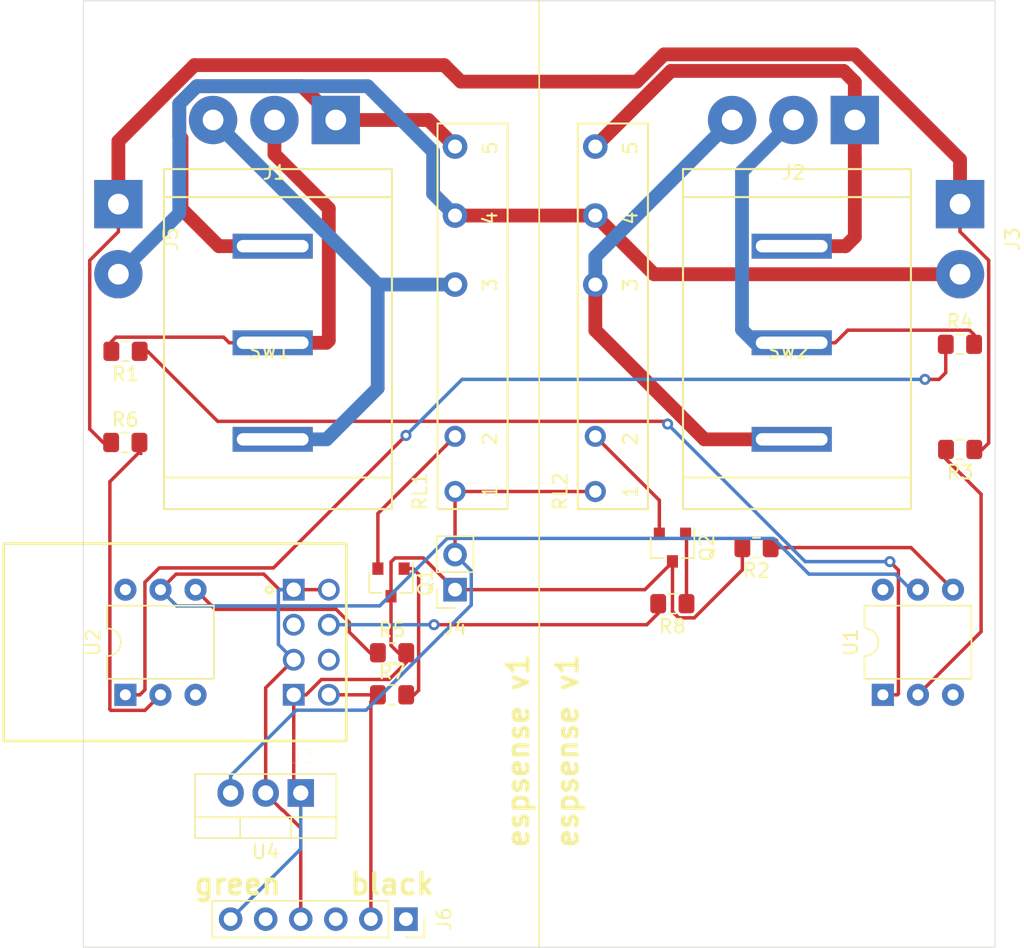
<source format=kicad_pcb>
(kicad_pcb (version 20171130) (host pcbnew "(5.1.5-0-10_14)")

  (general
    (thickness 1.6)
    (drawings 9)
    (tracks 200)
    (zones 0)
    (modules 32)
    (nets 24)
  )

  (page A4)
  (layers
    (0 F.Cu signal)
    (31 B.Cu signal)
    (32 B.Adhes user)
    (33 F.Adhes user)
    (34 B.Paste user)
    (35 F.Paste user)
    (36 B.SilkS user)
    (37 F.SilkS user)
    (38 B.Mask user)
    (39 F.Mask user)
    (40 Dwgs.User user)
    (41 Cmts.User user)
    (42 Eco1.User user)
    (43 Eco2.User user)
    (44 Edge.Cuts user)
    (45 Margin user hide)
    (46 B.CrtYd user hide)
    (47 F.CrtYd user hide)
    (48 B.Fab user hide)
    (49 F.Fab user hide)
  )

  (setup
    (last_trace_width 0.25)
    (user_trace_width 0.5)
    (user_trace_width 1)
    (trace_clearance 0.2)
    (zone_clearance 0.508)
    (zone_45_only no)
    (trace_min 0.2)
    (via_size 0.8)
    (via_drill 0.4)
    (via_min_size 0.4)
    (via_min_drill 0.3)
    (user_via 1.2 1)
    (uvia_size 0.3)
    (uvia_drill 0.1)
    (uvias_allowed no)
    (uvia_min_size 0.2)
    (uvia_min_drill 0.1)
    (edge_width 0.05)
    (segment_width 0.2)
    (pcb_text_width 0.3)
    (pcb_text_size 1.5 1.5)
    (mod_edge_width 0.12)
    (mod_text_size 1 1)
    (mod_text_width 0.15)
    (pad_size 3.2 3.2)
    (pad_drill 3.2)
    (pad_to_mask_clearance 0.051)
    (solder_mask_min_width 0.25)
    (aux_axis_origin 0 0)
    (visible_elements FFFFFF7F)
    (pcbplotparams
      (layerselection 0x010fc_ffffffff)
      (usegerberextensions false)
      (usegerberattributes false)
      (usegerberadvancedattributes false)
      (creategerberjobfile false)
      (excludeedgelayer true)
      (linewidth 0.100000)
      (plotframeref false)
      (viasonmask false)
      (mode 1)
      (useauxorigin false)
      (hpglpennumber 1)
      (hpglpenspeed 20)
      (hpglpendiameter 15.000000)
      (psnegative false)
      (psa4output false)
      (plotreference true)
      (plotvalue true)
      (plotinvisibletext false)
      (padsonsilk false)
      (subtractmaskfromsilk false)
      (outputformat 1)
      (mirror false)
      (drillshape 1)
      (scaleselection 1)
      (outputdirectory ""))
  )

  (net 0 "")
  (net 1 "Net-(J1-Pad3)")
  (net 2 /SW1)
  (net 3 "Net-(J1-Pad1)")
  (net 4 "Net-(J2-Pad1)")
  (net 5 /SW2)
  (net 6 "Net-(J2-Pad3)")
  (net 7 GND)
  (net 8 AC)
  (net 9 /TXD)
  (net 10 +3V3)
  (net 11 GNDD)
  (net 12 "Net-(Q1-Pad1)")
  (net 13 "Net-(Q1-Pad2)")
  (net 14 "Net-(Q2-Pad2)")
  (net 15 "Net-(Q2-Pad1)")
  (net 16 "Net-(R1-Pad1)")
  (net 17 "Net-(R2-Pad1)")
  (net 18 "Net-(R3-Pad2)")
  (net 19 "Net-(R4-Pad1)")
  (net 20 "Net-(R5-Pad1)")
  (net 21 "Net-(R6-Pad2)")
  (net 22 +5V)
  (net 23 "Net-(R8-Pad2)")

  (net_class Default "This is the default net class."
    (clearance 0.2)
    (trace_width 0.25)
    (via_dia 0.8)
    (via_drill 0.4)
    (uvia_dia 0.3)
    (uvia_drill 0.1)
    (add_net +3V3)
    (add_net +5V)
    (add_net /SW1)
    (add_net /SW2)
    (add_net /TXD)
    (add_net AC)
    (add_net GND)
    (add_net GNDD)
    (add_net "Net-(J1-Pad1)")
    (add_net "Net-(J1-Pad3)")
    (add_net "Net-(J2-Pad1)")
    (add_net "Net-(J2-Pad3)")
    (add_net "Net-(Q1-Pad1)")
    (add_net "Net-(Q1-Pad2)")
    (add_net "Net-(Q2-Pad1)")
    (add_net "Net-(Q2-Pad2)")
    (add_net "Net-(R1-Pad1)")
    (add_net "Net-(R2-Pad1)")
    (add_net "Net-(R3-Pad2)")
    (add_net "Net-(R4-Pad1)")
    (add_net "Net-(R5-Pad1)")
    (add_net "Net-(R6-Pad2)")
    (add_net "Net-(R8-Pad2)")
  )

  (module MountingHole:MountingHole_3.2mm_M3 (layer F.Cu) (tedit 56D1B4CB) (tstamp 5FF23345)
    (at 120.396 74.676)
    (descr "Mounting Hole 3.2mm, no annular, M3")
    (tags "mounting hole 3.2mm no annular m3")
    (path /5FEC7C87)
    (attr virtual)
    (fp_text reference H1 (at 0 -4.2) (layer F.SilkS) hide
      (effects (font (size 1 1) (thickness 0.15)))
    )
    (fp_text value MountingHole (at 0 4.2) (layer F.Fab)
      (effects (font (size 1 1) (thickness 0.15)))
    )
    (fp_circle (center 0 0) (end 3.45 0) (layer F.CrtYd) (width 0.05))
    (fp_circle (center 0 0) (end 3.2 0) (layer Cmts.User) (width 0.15))
    (fp_text user %R (at 0.3 0) (layer F.Fab)
      (effects (font (size 1 1) (thickness 0.15)))
    )
    (pad 1 np_thru_hole circle (at 0 0) (size 3.2 3.2) (drill 3.2) (layers *.Cu *.Mask))
  )

  (module MountingHole:MountingHole_3.2mm_M3 (layer F.Cu) (tedit 56D1B4CB) (tstamp 5FEFEA24)
    (at 120.396 136.144)
    (descr "Mounting Hole 3.2mm, no annular, M3")
    (tags "mounting hole 3.2mm no annular m3")
    (path /5FEC83A0)
    (attr virtual)
    (fp_text reference H2 (at 0 -4.2) (layer F.SilkS) hide
      (effects (font (size 1 1) (thickness 0.15)))
    )
    (fp_text value MountingHole (at 0 4.2) (layer F.Fab)
      (effects (font (size 1 1) (thickness 0.15)))
    )
    (fp_circle (center 0 0) (end 3.45 0) (layer F.CrtYd) (width 0.05))
    (fp_circle (center 0 0) (end 3.2 0) (layer Cmts.User) (width 0.15))
    (fp_text user %R (at 0.3 0) (layer F.Fab)
      (effects (font (size 1 1) (thickness 0.15)))
    )
    (pad 1 np_thru_hole circle (at 0 0) (size 3.2 3.2) (drill 3.2) (layers *.Cu *.Mask))
  )

  (module MountingHole:MountingHole_3.2mm_M3 (layer F.Cu) (tedit 56D1B4CB) (tstamp 5FF213DE)
    (at 179.324 74.676)
    (descr "Mounting Hole 3.2mm, no annular, M3")
    (tags "mounting hole 3.2mm no annular m3")
    (path /5FEC850B)
    (attr virtual)
    (fp_text reference H3 (at 0 -4.2) (layer F.SilkS) hide
      (effects (font (size 1 1) (thickness 0.15)))
    )
    (fp_text value MountingHole (at 0 4.2) (layer F.Fab)
      (effects (font (size 1 1) (thickness 0.15)))
    )
    (fp_circle (center 0 0) (end 3.45 0) (layer F.CrtYd) (width 0.05))
    (fp_circle (center 0 0) (end 3.2 0) (layer Cmts.User) (width 0.15))
    (fp_text user %R (at 0 -2.286) (layer F.Fab) hide
      (effects (font (size 1 1) (thickness 0.15)))
    )
    (pad 1 np_thru_hole circle (at 0 0) (size 3.2 3.2) (drill 3.2) (layers *.Cu *.Mask))
  )

  (module MountingHole:MountingHole_3.2mm_M3 (layer F.Cu) (tedit 5FF2147B) (tstamp 5FEFEA5C)
    (at 179.324 136.144)
    (descr "Mounting Hole 3.2mm, no annular, M3")
    (tags "mounting hole 3.2mm no annular m3")
    (path /5FEC8B60)
    (attr virtual)
    (fp_text reference H4 (at 0 -4.2) (layer F.SilkS) hide
      (effects (font (size 1 1) (thickness 0.15)))
    )
    (fp_text value MountingHole (at 0 4.2) (layer F.Fab)
      (effects (font (size 1 1) (thickness 0.15)))
    )
    (fp_circle (center 0 0) (end 3.45 0) (layer F.CrtYd) (width 0.05))
    (fp_circle (center 0 0) (end 3.2 0) (layer Cmts.User) (width 0.15))
    (fp_text user %R (at 0.3 0) (layer F.Fab)
      (effects (font (size 1 1) (thickness 0.15)))
    )
    (pad "" np_thru_hole circle (at 0 0) (size 3.2 3.2) (drill 3.2) (layers *.Cu *.Mask))
  )

  (module Connector_PinSocket_2.54mm:PinSocket_1x06_P2.54mm_Vertical (layer F.Cu) (tedit 5A19A430) (tstamp 5FEFE649)
    (at 140.208 137.668 270)
    (descr "Through hole straight socket strip, 1x06, 2.54mm pitch, single row (from Kicad 4.0.7), script generated")
    (tags "Through hole socket strip THT 1x06 2.54mm single row")
    (path /5FE6D424)
    (fp_text reference J6 (at 0 -2.77 90) (layer F.SilkS)
      (effects (font (size 1 1) (thickness 0.15)))
    )
    (fp_text value Conn_01x06_Male (at 0 15.47 90) (layer F.Fab)
      (effects (font (size 1 1) (thickness 0.15)))
    )
    (fp_text user %R (at 0 6.35) (layer F.Fab)
      (effects (font (size 1 1) (thickness 0.15)))
    )
    (fp_line (start -1.8 14.45) (end -1.8 -1.8) (layer F.CrtYd) (width 0.05))
    (fp_line (start 1.75 14.45) (end -1.8 14.45) (layer F.CrtYd) (width 0.05))
    (fp_line (start 1.75 -1.8) (end 1.75 14.45) (layer F.CrtYd) (width 0.05))
    (fp_line (start -1.8 -1.8) (end 1.75 -1.8) (layer F.CrtYd) (width 0.05))
    (fp_line (start 0 -1.33) (end 1.33 -1.33) (layer F.SilkS) (width 0.12))
    (fp_line (start 1.33 -1.33) (end 1.33 0) (layer F.SilkS) (width 0.12))
    (fp_line (start 1.33 1.27) (end 1.33 14.03) (layer F.SilkS) (width 0.12))
    (fp_line (start -1.33 14.03) (end 1.33 14.03) (layer F.SilkS) (width 0.12))
    (fp_line (start -1.33 1.27) (end -1.33 14.03) (layer F.SilkS) (width 0.12))
    (fp_line (start -1.33 1.27) (end 1.33 1.27) (layer F.SilkS) (width 0.12))
    (fp_line (start -1.27 13.97) (end -1.27 -1.27) (layer F.Fab) (width 0.1))
    (fp_line (start 1.27 13.97) (end -1.27 13.97) (layer F.Fab) (width 0.1))
    (fp_line (start 1.27 -0.635) (end 1.27 13.97) (layer F.Fab) (width 0.1))
    (fp_line (start 0.635 -1.27) (end 1.27 -0.635) (layer F.Fab) (width 0.1))
    (fp_line (start -1.27 -1.27) (end 0.635 -1.27) (layer F.Fab) (width 0.1))
    (pad 6 thru_hole oval (at 0 12.7 270) (size 1.7 1.7) (drill 1) (layers *.Cu *.Mask)
      (net 11 GNDD))
    (pad 5 thru_hole oval (at 0 10.16 270) (size 1.7 1.7) (drill 1) (layers *.Cu *.Mask))
    (pad 4 thru_hole oval (at 0 7.62 270) (size 1.7 1.7) (drill 1) (layers *.Cu *.Mask)
      (net 10 +3V3))
    (pad 3 thru_hole oval (at 0 5.08 270) (size 1.7 1.7) (drill 1) (layers *.Cu *.Mask))
    (pad 2 thru_hole oval (at 0 2.54 270) (size 1.7 1.7) (drill 1) (layers *.Cu *.Mask)
      (net 9 /TXD))
    (pad 1 thru_hole rect (at 0 0 270) (size 1.7 1.7) (drill 1) (layers *.Cu *.Mask))
    (model ${KISYS3DMOD}/Connector_PinSocket_2.54mm.3dshapes/PinSocket_1x06_P2.54mm_Vertical.wrl
      (at (xyz 0 0 0))
      (scale (xyz 1 1 1))
      (rotate (xyz 0 0 0))
    )
  )

  (module Package_TO_SOT_SMD:SOT-23 (layer F.Cu) (tedit 5A02FF57) (tstamp 5FEFE58D)
    (at 139.126 113.268 270)
    (descr "SOT-23, Standard")
    (tags SOT-23)
    (path /5FE403FA)
    (attr smd)
    (fp_text reference Q1 (at 0 -2.5 90) (layer F.SilkS)
      (effects (font (size 1 1) (thickness 0.15)))
    )
    (fp_text value Q_NPN_BCE (at 0 2.5 90) (layer F.Fab)
      (effects (font (size 1 1) (thickness 0.15)))
    )
    (fp_line (start 0.76 1.58) (end -0.7 1.58) (layer F.SilkS) (width 0.12))
    (fp_line (start 0.76 -1.58) (end -1.4 -1.58) (layer F.SilkS) (width 0.12))
    (fp_line (start -1.7 1.75) (end -1.7 -1.75) (layer F.CrtYd) (width 0.05))
    (fp_line (start 1.7 1.75) (end -1.7 1.75) (layer F.CrtYd) (width 0.05))
    (fp_line (start 1.7 -1.75) (end 1.7 1.75) (layer F.CrtYd) (width 0.05))
    (fp_line (start -1.7 -1.75) (end 1.7 -1.75) (layer F.CrtYd) (width 0.05))
    (fp_line (start 0.76 -1.58) (end 0.76 -0.65) (layer F.SilkS) (width 0.12))
    (fp_line (start 0.76 1.58) (end 0.76 0.65) (layer F.SilkS) (width 0.12))
    (fp_line (start -0.7 1.52) (end 0.7 1.52) (layer F.Fab) (width 0.1))
    (fp_line (start 0.7 -1.52) (end 0.7 1.52) (layer F.Fab) (width 0.1))
    (fp_line (start -0.7 -0.95) (end -0.15 -1.52) (layer F.Fab) (width 0.1))
    (fp_line (start -0.15 -1.52) (end 0.7 -1.52) (layer F.Fab) (width 0.1))
    (fp_line (start -0.7 -0.95) (end -0.7 1.5) (layer F.Fab) (width 0.1))
    (fp_text user %R (at 0 0) (layer F.Fab)
      (effects (font (size 0.5 0.5) (thickness 0.075)))
    )
    (pad 3 smd rect (at 1 0 270) (size 0.9 0.8) (layers F.Cu F.Paste F.Mask)
      (net 11 GNDD))
    (pad 2 smd rect (at -1 0.95 270) (size 0.9 0.8) (layers F.Cu F.Paste F.Mask)
      (net 13 "Net-(Q1-Pad2)"))
    (pad 1 smd rect (at -1 -0.95 270) (size 0.9 0.8) (layers F.Cu F.Paste F.Mask)
      (net 12 "Net-(Q1-Pad1)"))
    (model ${KISYS3DMOD}/Package_TO_SOT_SMD.3dshapes/SOT-23.wrl
      (at (xyz 0 0 0))
      (scale (xyz 1 1 1))
      (rotate (xyz 0 0 0))
    )
  )

  (module Package_TO_SOT_SMD:SOT-23 (layer F.Cu) (tedit 5A02FF57) (tstamp 5FEFE5C9)
    (at 159.512 110.744 270)
    (descr "SOT-23, Standard")
    (tags SOT-23)
    (path /5FE7605B)
    (attr smd)
    (fp_text reference Q2 (at 0 -2.5 90) (layer F.SilkS)
      (effects (font (size 1 1) (thickness 0.15)))
    )
    (fp_text value Q_NPN_BCE (at 0 2.5 90) (layer F.Fab)
      (effects (font (size 1 1) (thickness 0.15)))
    )
    (fp_line (start 0.76 1.58) (end -0.7 1.58) (layer F.SilkS) (width 0.12))
    (fp_line (start 0.76 -1.58) (end -1.4 -1.58) (layer F.SilkS) (width 0.12))
    (fp_line (start -1.7 1.75) (end -1.7 -1.75) (layer F.CrtYd) (width 0.05))
    (fp_line (start 1.7 1.75) (end -1.7 1.75) (layer F.CrtYd) (width 0.05))
    (fp_line (start 1.7 -1.75) (end 1.7 1.75) (layer F.CrtYd) (width 0.05))
    (fp_line (start -1.7 -1.75) (end 1.7 -1.75) (layer F.CrtYd) (width 0.05))
    (fp_line (start 0.76 -1.58) (end 0.76 -0.65) (layer F.SilkS) (width 0.12))
    (fp_line (start 0.76 1.58) (end 0.76 0.65) (layer F.SilkS) (width 0.12))
    (fp_line (start -0.7 1.52) (end 0.7 1.52) (layer F.Fab) (width 0.1))
    (fp_line (start 0.7 -1.52) (end 0.7 1.52) (layer F.Fab) (width 0.1))
    (fp_line (start -0.7 -0.95) (end -0.15 -1.52) (layer F.Fab) (width 0.1))
    (fp_line (start -0.15 -1.52) (end 0.7 -1.52) (layer F.Fab) (width 0.1))
    (fp_line (start -0.7 -0.95) (end -0.7 1.5) (layer F.Fab) (width 0.1))
    (fp_text user %R (at 0 0) (layer F.Fab)
      (effects (font (size 0.5 0.5) (thickness 0.075)))
    )
    (pad 3 smd rect (at 1 0 270) (size 0.9 0.8) (layers F.Cu F.Paste F.Mask)
      (net 11 GNDD))
    (pad 2 smd rect (at -1 0.95 270) (size 0.9 0.8) (layers F.Cu F.Paste F.Mask)
      (net 14 "Net-(Q2-Pad2)"))
    (pad 1 smd rect (at -1 -0.95 270) (size 0.9 0.8) (layers F.Cu F.Paste F.Mask)
      (net 15 "Net-(Q2-Pad1)"))
    (model ${KISYS3DMOD}/Package_TO_SOT_SMD.3dshapes/SOT-23.wrl
      (at (xyz 0 0 0))
      (scale (xyz 1 1 1))
      (rotate (xyz 0 0 0))
    )
  )

  (module Resistor_SMD:R_0805_2012Metric_Pad1.15x1.40mm_HandSolder (layer F.Cu) (tedit 5B36C52B) (tstamp 5FEFE6BB)
    (at 119.897 96.52 180)
    (descr "Resistor SMD 0805 (2012 Metric), square (rectangular) end terminal, IPC_7351 nominal with elongated pad for handsoldering. (Body size source: https://docs.google.com/spreadsheets/d/1BsfQQcO9C6DZCsRaXUlFlo91Tg2WpOkGARC1WS5S8t0/edit?usp=sharing), generated with kicad-footprint-generator")
    (tags "resistor handsolder")
    (path /5FE825D2)
    (attr smd)
    (fp_text reference R1 (at 0 -1.65) (layer F.SilkS)
      (effects (font (size 1 1) (thickness 0.15)))
    )
    (fp_text value 47k (at 0 1.65) (layer F.Fab)
      (effects (font (size 1 1) (thickness 0.15)))
    )
    (fp_text user %R (at 0 0) (layer F.Fab)
      (effects (font (size 0.5 0.5) (thickness 0.08)))
    )
    (fp_line (start 1.85 0.95) (end -1.85 0.95) (layer F.CrtYd) (width 0.05))
    (fp_line (start 1.85 -0.95) (end 1.85 0.95) (layer F.CrtYd) (width 0.05))
    (fp_line (start -1.85 -0.95) (end 1.85 -0.95) (layer F.CrtYd) (width 0.05))
    (fp_line (start -1.85 0.95) (end -1.85 -0.95) (layer F.CrtYd) (width 0.05))
    (fp_line (start -0.261252 0.71) (end 0.261252 0.71) (layer F.SilkS) (width 0.12))
    (fp_line (start -0.261252 -0.71) (end 0.261252 -0.71) (layer F.SilkS) (width 0.12))
    (fp_line (start 1 0.6) (end -1 0.6) (layer F.Fab) (width 0.1))
    (fp_line (start 1 -0.6) (end 1 0.6) (layer F.Fab) (width 0.1))
    (fp_line (start -1 -0.6) (end 1 -0.6) (layer F.Fab) (width 0.1))
    (fp_line (start -1 0.6) (end -1 -0.6) (layer F.Fab) (width 0.1))
    (pad 2 smd roundrect (at 1.025 0 180) (size 1.15 1.4) (layers F.Cu F.Paste F.Mask) (roundrect_rratio 0.217391)
      (net 2 /SW1))
    (pad 1 smd roundrect (at -1.025 0 180) (size 1.15 1.4) (layers F.Cu F.Paste F.Mask) (roundrect_rratio 0.217391)
      (net 16 "Net-(R1-Pad1)"))
    (model ${KISYS3DMOD}/Resistor_SMD.3dshapes/R_0805_2012Metric.wrl
      (at (xyz 0 0 0))
      (scale (xyz 1 1 1))
      (rotate (xyz 0 0 0))
    )
  )

  (module Resistor_SMD:R_0805_2012Metric_Pad1.15x1.40mm_HandSolder (layer F.Cu) (tedit 5B36C52B) (tstamp 5FEFE68B)
    (at 165.599 110.744 180)
    (descr "Resistor SMD 0805 (2012 Metric), square (rectangular) end terminal, IPC_7351 nominal with elongated pad for handsoldering. (Body size source: https://docs.google.com/spreadsheets/d/1BsfQQcO9C6DZCsRaXUlFlo91Tg2WpOkGARC1WS5S8t0/edit?usp=sharing), generated with kicad-footprint-generator")
    (tags "resistor handsolder")
    (path /5FEC8E62)
    (attr smd)
    (fp_text reference R2 (at 0 -1.65) (layer F.SilkS)
      (effects (font (size 1 1) (thickness 0.15)))
    )
    (fp_text value 10k (at 0 1.65) (layer F.Fab)
      (effects (font (size 1 1) (thickness 0.15)))
    )
    (fp_text user %R (at 0 0) (layer F.Fab)
      (effects (font (size 0.5 0.5) (thickness 0.08)))
    )
    (fp_line (start 1.85 0.95) (end -1.85 0.95) (layer F.CrtYd) (width 0.05))
    (fp_line (start 1.85 -0.95) (end 1.85 0.95) (layer F.CrtYd) (width 0.05))
    (fp_line (start -1.85 -0.95) (end 1.85 -0.95) (layer F.CrtYd) (width 0.05))
    (fp_line (start -1.85 0.95) (end -1.85 -0.95) (layer F.CrtYd) (width 0.05))
    (fp_line (start -0.261252 0.71) (end 0.261252 0.71) (layer F.SilkS) (width 0.12))
    (fp_line (start -0.261252 -0.71) (end 0.261252 -0.71) (layer F.SilkS) (width 0.12))
    (fp_line (start 1 0.6) (end -1 0.6) (layer F.Fab) (width 0.1))
    (fp_line (start 1 -0.6) (end 1 0.6) (layer F.Fab) (width 0.1))
    (fp_line (start -1 -0.6) (end 1 -0.6) (layer F.Fab) (width 0.1))
    (fp_line (start -1 0.6) (end -1 -0.6) (layer F.Fab) (width 0.1))
    (pad 2 smd roundrect (at 1.025 0 180) (size 1.15 1.4) (layers F.Cu F.Paste F.Mask) (roundrect_rratio 0.217391)
      (net 11 GNDD))
    (pad 1 smd roundrect (at -1.025 0 180) (size 1.15 1.4) (layers F.Cu F.Paste F.Mask) (roundrect_rratio 0.217391)
      (net 17 "Net-(R2-Pad1)"))
    (model ${KISYS3DMOD}/Resistor_SMD.3dshapes/R_0805_2012Metric.wrl
      (at (xyz 0 0 0))
      (scale (xyz 1 1 1))
      (rotate (xyz 0 0 0))
    )
  )

  (module Resistor_SMD:R_0805_2012Metric_Pad1.15x1.40mm_HandSolder (layer F.Cu) (tedit 5B36C52B) (tstamp 5FEFE7B7)
    (at 180.349 103.632 180)
    (descr "Resistor SMD 0805 (2012 Metric), square (rectangular) end terminal, IPC_7351 nominal with elongated pad for handsoldering. (Body size source: https://docs.google.com/spreadsheets/d/1BsfQQcO9C6DZCsRaXUlFlo91Tg2WpOkGARC1WS5S8t0/edit?usp=sharing), generated with kicad-footprint-generator")
    (tags "resistor handsolder")
    (path /5FE836F4)
    (attr smd)
    (fp_text reference R3 (at 0 -1.65) (layer F.SilkS)
      (effects (font (size 1 1) (thickness 0.15)))
    )
    (fp_text value 47k (at 0 1.65) (layer F.Fab)
      (effects (font (size 1 1) (thickness 0.15)))
    )
    (fp_text user %R (at 0 0) (layer F.Fab)
      (effects (font (size 0.5 0.5) (thickness 0.08)))
    )
    (fp_line (start 1.85 0.95) (end -1.85 0.95) (layer F.CrtYd) (width 0.05))
    (fp_line (start 1.85 -0.95) (end 1.85 0.95) (layer F.CrtYd) (width 0.05))
    (fp_line (start -1.85 -0.95) (end 1.85 -0.95) (layer F.CrtYd) (width 0.05))
    (fp_line (start -1.85 0.95) (end -1.85 -0.95) (layer F.CrtYd) (width 0.05))
    (fp_line (start -0.261252 0.71) (end 0.261252 0.71) (layer F.SilkS) (width 0.12))
    (fp_line (start -0.261252 -0.71) (end 0.261252 -0.71) (layer F.SilkS) (width 0.12))
    (fp_line (start 1 0.6) (end -1 0.6) (layer F.Fab) (width 0.1))
    (fp_line (start 1 -0.6) (end 1 0.6) (layer F.Fab) (width 0.1))
    (fp_line (start -1 -0.6) (end 1 -0.6) (layer F.Fab) (width 0.1))
    (fp_line (start -1 0.6) (end -1 -0.6) (layer F.Fab) (width 0.1))
    (pad 2 smd roundrect (at 1.025 0 180) (size 1.15 1.4) (layers F.Cu F.Paste F.Mask) (roundrect_rratio 0.217391)
      (net 18 "Net-(R3-Pad2)"))
    (pad 1 smd roundrect (at -1.025 0 180) (size 1.15 1.4) (layers F.Cu F.Paste F.Mask) (roundrect_rratio 0.217391)
      (net 7 GND))
    (model ${KISYS3DMOD}/Resistor_SMD.3dshapes/R_0805_2012Metric.wrl
      (at (xyz 0 0 0))
      (scale (xyz 1 1 1))
      (rotate (xyz 0 0 0))
    )
  )

  (module Resistor_SMD:R_0805_2012Metric_Pad1.15x1.40mm_HandSolder (layer F.Cu) (tedit 5B36C52B) (tstamp 5FEFE787)
    (at 180.331 96.012)
    (descr "Resistor SMD 0805 (2012 Metric), square (rectangular) end terminal, IPC_7351 nominal with elongated pad for handsoldering. (Body size source: https://docs.google.com/spreadsheets/d/1BsfQQcO9C6DZCsRaXUlFlo91Tg2WpOkGARC1WS5S8t0/edit?usp=sharing), generated with kicad-footprint-generator")
    (tags "resistor handsolder")
    (path /5FE2B78A)
    (attr smd)
    (fp_text reference R4 (at 0 -1.65) (layer F.SilkS)
      (effects (font (size 1 1) (thickness 0.15)))
    )
    (fp_text value 47k (at 0 1.65) (layer F.Fab)
      (effects (font (size 1 1) (thickness 0.15)))
    )
    (fp_text user %R (at 0 0) (layer F.Fab)
      (effects (font (size 0.5 0.5) (thickness 0.08)))
    )
    (fp_line (start 1.85 0.95) (end -1.85 0.95) (layer F.CrtYd) (width 0.05))
    (fp_line (start 1.85 -0.95) (end 1.85 0.95) (layer F.CrtYd) (width 0.05))
    (fp_line (start -1.85 -0.95) (end 1.85 -0.95) (layer F.CrtYd) (width 0.05))
    (fp_line (start -1.85 0.95) (end -1.85 -0.95) (layer F.CrtYd) (width 0.05))
    (fp_line (start -0.261252 0.71) (end 0.261252 0.71) (layer F.SilkS) (width 0.12))
    (fp_line (start -0.261252 -0.71) (end 0.261252 -0.71) (layer F.SilkS) (width 0.12))
    (fp_line (start 1 0.6) (end -1 0.6) (layer F.Fab) (width 0.1))
    (fp_line (start 1 -0.6) (end 1 0.6) (layer F.Fab) (width 0.1))
    (fp_line (start -1 -0.6) (end 1 -0.6) (layer F.Fab) (width 0.1))
    (fp_line (start -1 0.6) (end -1 -0.6) (layer F.Fab) (width 0.1))
    (pad 2 smd roundrect (at 1.025 0) (size 1.15 1.4) (layers F.Cu F.Paste F.Mask) (roundrect_rratio 0.217391)
      (net 5 /SW2))
    (pad 1 smd roundrect (at -1.025 0) (size 1.15 1.4) (layers F.Cu F.Paste F.Mask) (roundrect_rratio 0.217391)
      (net 19 "Net-(R4-Pad1)"))
    (model ${KISYS3DMOD}/Resistor_SMD.3dshapes/R_0805_2012Metric.wrl
      (at (xyz 0 0 0))
      (scale (xyz 1 1 1))
      (rotate (xyz 0 0 0))
    )
  )

  (module Resistor_SMD:R_0805_2012Metric_Pad1.15x1.40mm_HandSolder (layer F.Cu) (tedit 5B36C52B) (tstamp 5FEFE8AA)
    (at 139.201 118.364)
    (descr "Resistor SMD 0805 (2012 Metric), square (rectangular) end terminal, IPC_7351 nominal with elongated pad for handsoldering. (Body size source: https://docs.google.com/spreadsheets/d/1BsfQQcO9C6DZCsRaXUlFlo91Tg2WpOkGARC1WS5S8t0/edit?usp=sharing), generated with kicad-footprint-generator")
    (tags "resistor handsolder")
    (path /5FEC9BE1)
    (attr smd)
    (fp_text reference R5 (at 0 -1.65) (layer F.SilkS)
      (effects (font (size 1 1) (thickness 0.15)))
    )
    (fp_text value 10k (at 0 1.65) (layer F.Fab)
      (effects (font (size 1 1) (thickness 0.15)))
    )
    (fp_text user %R (at 0 0) (layer F.Fab)
      (effects (font (size 0.5 0.5) (thickness 0.08)))
    )
    (fp_line (start 1.85 0.95) (end -1.85 0.95) (layer F.CrtYd) (width 0.05))
    (fp_line (start 1.85 -0.95) (end 1.85 0.95) (layer F.CrtYd) (width 0.05))
    (fp_line (start -1.85 -0.95) (end 1.85 -0.95) (layer F.CrtYd) (width 0.05))
    (fp_line (start -1.85 0.95) (end -1.85 -0.95) (layer F.CrtYd) (width 0.05))
    (fp_line (start -0.261252 0.71) (end 0.261252 0.71) (layer F.SilkS) (width 0.12))
    (fp_line (start -0.261252 -0.71) (end 0.261252 -0.71) (layer F.SilkS) (width 0.12))
    (fp_line (start 1 0.6) (end -1 0.6) (layer F.Fab) (width 0.1))
    (fp_line (start 1 -0.6) (end 1 0.6) (layer F.Fab) (width 0.1))
    (fp_line (start -1 -0.6) (end 1 -0.6) (layer F.Fab) (width 0.1))
    (fp_line (start -1 0.6) (end -1 -0.6) (layer F.Fab) (width 0.1))
    (pad 2 smd roundrect (at 1.025 0) (size 1.15 1.4) (layers F.Cu F.Paste F.Mask) (roundrect_rratio 0.217391)
      (net 11 GNDD))
    (pad 1 smd roundrect (at -1.025 0) (size 1.15 1.4) (layers F.Cu F.Paste F.Mask) (roundrect_rratio 0.217391)
      (net 20 "Net-(R5-Pad1)"))
    (model ${KISYS3DMOD}/Resistor_SMD.3dshapes/R_0805_2012Metric.wrl
      (at (xyz 0 0 0))
      (scale (xyz 1 1 1))
      (rotate (xyz 0 0 0))
    )
  )

  (module Resistor_SMD:R_0805_2012Metric_Pad1.15x1.40mm_HandSolder (layer F.Cu) (tedit 5B36C52B) (tstamp 5FEFE87A)
    (at 119.879 103.124)
    (descr "Resistor SMD 0805 (2012 Metric), square (rectangular) end terminal, IPC_7351 nominal with elongated pad for handsoldering. (Body size source: https://docs.google.com/spreadsheets/d/1BsfQQcO9C6DZCsRaXUlFlo91Tg2WpOkGARC1WS5S8t0/edit?usp=sharing), generated with kicad-footprint-generator")
    (tags "resistor handsolder")
    (path /5FE832AD)
    (attr smd)
    (fp_text reference R6 (at 0 -1.65) (layer F.SilkS)
      (effects (font (size 1 1) (thickness 0.15)))
    )
    (fp_text value 47k (at 0 1.65) (layer F.Fab)
      (effects (font (size 1 1) (thickness 0.15)))
    )
    (fp_text user %R (at 0 0) (layer F.Fab)
      (effects (font (size 0.5 0.5) (thickness 0.08)))
    )
    (fp_line (start 1.85 0.95) (end -1.85 0.95) (layer F.CrtYd) (width 0.05))
    (fp_line (start 1.85 -0.95) (end 1.85 0.95) (layer F.CrtYd) (width 0.05))
    (fp_line (start -1.85 -0.95) (end 1.85 -0.95) (layer F.CrtYd) (width 0.05))
    (fp_line (start -1.85 0.95) (end -1.85 -0.95) (layer F.CrtYd) (width 0.05))
    (fp_line (start -0.261252 0.71) (end 0.261252 0.71) (layer F.SilkS) (width 0.12))
    (fp_line (start -0.261252 -0.71) (end 0.261252 -0.71) (layer F.SilkS) (width 0.12))
    (fp_line (start 1 0.6) (end -1 0.6) (layer F.Fab) (width 0.1))
    (fp_line (start 1 -0.6) (end 1 0.6) (layer F.Fab) (width 0.1))
    (fp_line (start -1 -0.6) (end 1 -0.6) (layer F.Fab) (width 0.1))
    (fp_line (start -1 0.6) (end -1 -0.6) (layer F.Fab) (width 0.1))
    (pad 2 smd roundrect (at 1.025 0) (size 1.15 1.4) (layers F.Cu F.Paste F.Mask) (roundrect_rratio 0.217391)
      (net 21 "Net-(R6-Pad2)"))
    (pad 1 smd roundrect (at -1.025 0) (size 1.15 1.4) (layers F.Cu F.Paste F.Mask) (roundrect_rratio 0.217391)
      (net 7 GND))
    (model ${KISYS3DMOD}/Resistor_SMD.3dshapes/R_0805_2012Metric.wrl
      (at (xyz 0 0 0))
      (scale (xyz 1 1 1))
      (rotate (xyz 0 0 0))
    )
  )

  (module Resistor_SMD:R_0805_2012Metric_Pad1.15x1.40mm_HandSolder (layer F.Cu) (tedit 5B36C52B) (tstamp 5FEFE84A)
    (at 139.201 121.412)
    (descr "Resistor SMD 0805 (2012 Metric), square (rectangular) end terminal, IPC_7351 nominal with elongated pad for handsoldering. (Body size source: https://docs.google.com/spreadsheets/d/1BsfQQcO9C6DZCsRaXUlFlo91Tg2WpOkGARC1WS5S8t0/edit?usp=sharing), generated with kicad-footprint-generator")
    (tags "resistor handsolder")
    (path /5FE486A8)
    (attr smd)
    (fp_text reference R7 (at 0 -1.65) (layer F.SilkS)
      (effects (font (size 1 1) (thickness 0.15)))
    )
    (fp_text value 1k (at 0 1.65) (layer F.Fab)
      (effects (font (size 1 1) (thickness 0.15)))
    )
    (fp_text user %R (at 0 0) (layer F.Fab)
      (effects (font (size 0.5 0.5) (thickness 0.08)))
    )
    (fp_line (start 1.85 0.95) (end -1.85 0.95) (layer F.CrtYd) (width 0.05))
    (fp_line (start 1.85 -0.95) (end 1.85 0.95) (layer F.CrtYd) (width 0.05))
    (fp_line (start -1.85 -0.95) (end 1.85 -0.95) (layer F.CrtYd) (width 0.05))
    (fp_line (start -1.85 0.95) (end -1.85 -0.95) (layer F.CrtYd) (width 0.05))
    (fp_line (start -0.261252 0.71) (end 0.261252 0.71) (layer F.SilkS) (width 0.12))
    (fp_line (start -0.261252 -0.71) (end 0.261252 -0.71) (layer F.SilkS) (width 0.12))
    (fp_line (start 1 0.6) (end -1 0.6) (layer F.Fab) (width 0.1))
    (fp_line (start 1 -0.6) (end 1 0.6) (layer F.Fab) (width 0.1))
    (fp_line (start -1 -0.6) (end 1 -0.6) (layer F.Fab) (width 0.1))
    (fp_line (start -1 0.6) (end -1 -0.6) (layer F.Fab) (width 0.1))
    (pad 2 smd roundrect (at 1.025 0) (size 1.15 1.4) (layers F.Cu F.Paste F.Mask) (roundrect_rratio 0.217391)
      (net 12 "Net-(Q1-Pad1)"))
    (pad 1 smd roundrect (at -1.025 0) (size 1.15 1.4) (layers F.Cu F.Paste F.Mask) (roundrect_rratio 0.217391)
      (net 9 /TXD))
    (model ${KISYS3DMOD}/Resistor_SMD.3dshapes/R_0805_2012Metric.wrl
      (at (xyz 0 0 0))
      (scale (xyz 1 1 1))
      (rotate (xyz 0 0 0))
    )
  )

  (module Resistor_SMD:R_0805_2012Metric_Pad1.15x1.40mm_HandSolder (layer F.Cu) (tedit 5B36C52B) (tstamp 5FEFE81A)
    (at 159.503 114.808 180)
    (descr "Resistor SMD 0805 (2012 Metric), square (rectangular) end terminal, IPC_7351 nominal with elongated pad for handsoldering. (Body size source: https://docs.google.com/spreadsheets/d/1BsfQQcO9C6DZCsRaXUlFlo91Tg2WpOkGARC1WS5S8t0/edit?usp=sharing), generated with kicad-footprint-generator")
    (tags "resistor handsolder")
    (path /5FE74698)
    (attr smd)
    (fp_text reference R8 (at 0 -1.65) (layer F.SilkS)
      (effects (font (size 1 1) (thickness 0.15)))
    )
    (fp_text value 1k (at 0 1.65) (layer F.Fab)
      (effects (font (size 1 1) (thickness 0.15)))
    )
    (fp_text user %R (at 0 0) (layer F.Fab)
      (effects (font (size 0.5 0.5) (thickness 0.08)))
    )
    (fp_line (start 1.85 0.95) (end -1.85 0.95) (layer F.CrtYd) (width 0.05))
    (fp_line (start 1.85 -0.95) (end 1.85 0.95) (layer F.CrtYd) (width 0.05))
    (fp_line (start -1.85 -0.95) (end 1.85 -0.95) (layer F.CrtYd) (width 0.05))
    (fp_line (start -1.85 0.95) (end -1.85 -0.95) (layer F.CrtYd) (width 0.05))
    (fp_line (start -0.261252 0.71) (end 0.261252 0.71) (layer F.SilkS) (width 0.12))
    (fp_line (start -0.261252 -0.71) (end 0.261252 -0.71) (layer F.SilkS) (width 0.12))
    (fp_line (start 1 0.6) (end -1 0.6) (layer F.Fab) (width 0.1))
    (fp_line (start 1 -0.6) (end 1 0.6) (layer F.Fab) (width 0.1))
    (fp_line (start -1 -0.6) (end 1 -0.6) (layer F.Fab) (width 0.1))
    (fp_line (start -1 0.6) (end -1 -0.6) (layer F.Fab) (width 0.1))
    (pad 2 smd roundrect (at 1.025 0 180) (size 1.15 1.4) (layers F.Cu F.Paste F.Mask) (roundrect_rratio 0.217391)
      (net 23 "Net-(R8-Pad2)"))
    (pad 1 smd roundrect (at -1.025 0 180) (size 1.15 1.4) (layers F.Cu F.Paste F.Mask) (roundrect_rratio 0.217391)
      (net 15 "Net-(Q2-Pad1)"))
    (model ${KISYS3DMOD}/Resistor_SMD.3dshapes/R_0805_2012Metric.wrl
      (at (xyz 0 0 0))
      (scale (xyz 1 1 1))
      (rotate (xyz 0 0 0))
    )
  )

  (module lci-kicad:FTR-LYCA (layer F.Cu) (tedit 5CC47ADE) (tstamp 5FF23906)
    (at 143.764 106.68 90)
    (path /5FE39184)
    (fp_text reference RL1 (at 0 -2.54 90) (layer F.SilkS)
      (effects (font (size 1 1) (thickness 0.15)))
    )
    (fp_text value FTR-LYCA (at 0 5.08 90) (layer F.Fab)
      (effects (font (size 1 1) (thickness 0.15)))
    )
    (fp_text user 5 (at 24.892 2.54 90) (layer F.SilkS)
      (effects (font (size 1 1) (thickness 0.15)))
    )
    (fp_text user 4 (at 19.812 2.54 90) (layer F.SilkS)
      (effects (font (size 1 1) (thickness 0.15)))
    )
    (fp_text user 3 (at 14.986 2.54 90) (layer F.SilkS)
      (effects (font (size 1 1) (thickness 0.15)))
    )
    (fp_text user 2 (at 3.81 2.54 90) (layer F.SilkS)
      (effects (font (size 1 1) (thickness 0.15)))
    )
    (fp_text user 1 (at 0 2.54 90) (layer F.SilkS)
      (effects (font (size 1 1) (thickness 0.15)))
    )
    (fp_line (start 26.67 -1.27) (end -1.27 -1.27) (layer F.SilkS) (width 0.15))
    (fp_line (start 26.67 3.81) (end 26.67 -1.27) (layer F.SilkS) (width 0.15))
    (fp_line (start -1.27 3.81) (end 26.67 3.81) (layer F.SilkS) (width 0.15))
    (fp_line (start -1.27 -1.27) (end -1.27 3.81) (layer F.SilkS) (width 0.15))
    (pad 5 thru_hole circle (at 25 0 90) (size 1.778 1.778) (drill 1.016) (layers *.Cu *.Mask)
      (net 3 "Net-(J1-Pad1)"))
    (pad 4 thru_hole circle (at 20 0 90) (size 1.778 1.778) (drill 1.016) (layers *.Cu *.Mask)
      (net 8 AC))
    (pad 3 thru_hole circle (at 15 0 90) (size 1.778 1.778) (drill 1.016) (layers *.Cu *.Mask)
      (net 1 "Net-(J1-Pad3)"))
    (pad 2 thru_hole circle (at 4 0 90) (size 1.524 1.524) (drill 0.9) (layers *.Cu *.Mask)
      (net 13 "Net-(Q1-Pad2)"))
    (pad 1 thru_hole circle (at 0 0 90) (size 1.524 1.524) (drill 0.9) (layers *.Cu *.Mask)
      (net 22 +5V))
  )

  (module lci-kicad:FTR-LYCA (layer F.Cu) (tedit 5CC47ADE) (tstamp 5FF2396D)
    (at 153.924 106.68 90)
    (path /5FE77A2C)
    (fp_text reference RL2 (at 0 -2.54 90) (layer F.SilkS)
      (effects (font (size 1 1) (thickness 0.15)))
    )
    (fp_text value FTR-LYCA (at 0 5.08 90) (layer F.Fab)
      (effects (font (size 1 1) (thickness 0.15)))
    )
    (fp_text user 5 (at 24.892 2.54 90) (layer F.SilkS)
      (effects (font (size 1 1) (thickness 0.15)))
    )
    (fp_text user 4 (at 19.812 2.54 90) (layer F.SilkS)
      (effects (font (size 1 1) (thickness 0.15)))
    )
    (fp_text user 3 (at 14.986 2.54 90) (layer F.SilkS)
      (effects (font (size 1 1) (thickness 0.15)))
    )
    (fp_text user 2 (at 3.81 2.54 90) (layer F.SilkS)
      (effects (font (size 1 1) (thickness 0.15)))
    )
    (fp_text user 1 (at 0 2.54 90) (layer F.SilkS)
      (effects (font (size 1 1) (thickness 0.15)))
    )
    (fp_line (start 26.67 -1.27) (end -1.27 -1.27) (layer F.SilkS) (width 0.15))
    (fp_line (start 26.67 3.81) (end 26.67 -1.27) (layer F.SilkS) (width 0.15))
    (fp_line (start -1.27 3.81) (end 26.67 3.81) (layer F.SilkS) (width 0.15))
    (fp_line (start -1.27 -1.27) (end -1.27 3.81) (layer F.SilkS) (width 0.15))
    (pad 5 thru_hole circle (at 25 0 90) (size 1.778 1.778) (drill 1.016) (layers *.Cu *.Mask)
      (net 4 "Net-(J2-Pad1)"))
    (pad 4 thru_hole circle (at 20 0 90) (size 1.778 1.778) (drill 1.016) (layers *.Cu *.Mask)
      (net 8 AC))
    (pad 3 thru_hole circle (at 15 0 90) (size 1.778 1.778) (drill 1.016) (layers *.Cu *.Mask)
      (net 6 "Net-(J2-Pad3)"))
    (pad 2 thru_hole circle (at 4 0 90) (size 1.524 1.524) (drill 0.9) (layers *.Cu *.Mask)
      (net 14 "Net-(Q2-Pad2)"))
    (pad 1 thru_hole circle (at 0 0 90) (size 1.524 1.524) (drill 0.9) (layers *.Cu *.Mask)
      (net 22 +5V))
  )

  (module lci-kicad:SW-Marquard_1843.1201 (layer F.Cu) (tedit 5FEF8ED0) (tstamp 5FF23ACB)
    (at 130.302 96.012)
    (path /5FE8E0F6)
    (fp_text reference SW1 (at 0 0.5) (layer F.SilkS)
      (effects (font (size 1 1) (thickness 0.15)))
    )
    (fp_text value SW_SPDT (at 0 -0.5) (layer F.Fab)
      (effects (font (size 1 1) (thickness 0.15)))
    )
    (fp_line (start -7.62 -10.668) (end 8.89 -10.668) (layer F.SilkS) (width 0.15))
    (fp_line (start -7.62 9.652) (end 8.89 9.652) (layer F.SilkS) (width 0.15))
    (fp_line (start 8.89 11.938) (end 8.89 9.398) (layer F.SilkS) (width 0.15))
    (fp_line (start -7.62 11.938) (end 8.89 11.938) (layer F.SilkS) (width 0.15))
    (fp_line (start -7.62 9.398) (end -7.62 11.938) (layer F.SilkS) (width 0.15))
    (fp_line (start 8.89 -12.7) (end -7.62 -12.7) (layer F.SilkS) (width 0.15))
    (fp_line (start 8.89 9.398) (end 8.89 -12.7) (layer F.SilkS) (width 0.15))
    (fp_line (start -7.62 -12.7) (end -7.62 9.398) (layer F.SilkS) (width 0.15))
    (pad 3 thru_hole rect (at 0.254 6.888) (size 5.8 1.8) (drill oval 5.2 0.9) (layers *.Cu *.Mask)
      (net 1 "Net-(J1-Pad3)"))
    (pad 2 thru_hole rect (at 0.254 -0.112) (size 5.8 1.8) (drill oval 5.2 0.9) (layers *.Cu *.Mask)
      (net 2 /SW1))
    (pad 1 thru_hole rect (at 0.254 -7.112) (size 5.8 1.8) (drill oval 5.2 0.9) (layers *.Cu *.Mask)
      (net 3 "Net-(J1-Pad1)"))
  )

  (module lci-kicad:SW-Marquard_1843.1201 (layer F.Cu) (tedit 5FEF8ED0) (tstamp 5FF23A33)
    (at 167.894 96.012)
    (path /5FE89F39)
    (fp_text reference SW2 (at 0 0.5) (layer F.SilkS)
      (effects (font (size 1 1) (thickness 0.15)))
    )
    (fp_text value SW_SPDT (at 0 -0.5) (layer F.Fab)
      (effects (font (size 1 1) (thickness 0.15)))
    )
    (fp_line (start -7.62 -10.668) (end 8.89 -10.668) (layer F.SilkS) (width 0.15))
    (fp_line (start -7.62 9.652) (end 8.89 9.652) (layer F.SilkS) (width 0.15))
    (fp_line (start 8.89 11.938) (end 8.89 9.398) (layer F.SilkS) (width 0.15))
    (fp_line (start -7.62 11.938) (end 8.89 11.938) (layer F.SilkS) (width 0.15))
    (fp_line (start -7.62 9.398) (end -7.62 11.938) (layer F.SilkS) (width 0.15))
    (fp_line (start 8.89 -12.7) (end -7.62 -12.7) (layer F.SilkS) (width 0.15))
    (fp_line (start 8.89 9.398) (end 8.89 -12.7) (layer F.SilkS) (width 0.15))
    (fp_line (start -7.62 -12.7) (end -7.62 9.398) (layer F.SilkS) (width 0.15))
    (pad 3 thru_hole rect (at 0.254 6.888) (size 5.8 1.8) (drill oval 5.2 0.9) (layers *.Cu *.Mask)
      (net 6 "Net-(J2-Pad3)"))
    (pad 2 thru_hole rect (at 0.254 -0.112) (size 5.8 1.8) (drill oval 5.2 0.9) (layers *.Cu *.Mask)
      (net 5 /SW2))
    (pad 1 thru_hole rect (at 0.254 -7.112) (size 5.8 1.8) (drill oval 5.2 0.9) (layers *.Cu *.Mask)
      (net 4 "Net-(J2-Pad1)"))
  )

  (module Package_DIP:DIP-6_W7.62mm (layer F.Cu) (tedit 5A02E8C5) (tstamp 5FF23C4A)
    (at 174.752 121.412 90)
    (descr "6-lead though-hole mounted DIP package, row spacing 7.62 mm (300 mils)")
    (tags "THT DIP DIL PDIP 2.54mm 7.62mm 300mil")
    (path /5FE7A26A)
    (fp_text reference U1 (at 3.81 -2.33 90) (layer F.SilkS)
      (effects (font (size 1 1) (thickness 0.15)))
    )
    (fp_text value H11AA1 (at 3.81 7.41 90) (layer F.Fab)
      (effects (font (size 1 1) (thickness 0.15)))
    )
    (fp_text user %R (at 3.81 2.54 90) (layer F.Fab)
      (effects (font (size 1 1) (thickness 0.15)))
    )
    (fp_line (start 8.7 -1.55) (end -1.1 -1.55) (layer F.CrtYd) (width 0.05))
    (fp_line (start 8.7 6.6) (end 8.7 -1.55) (layer F.CrtYd) (width 0.05))
    (fp_line (start -1.1 6.6) (end 8.7 6.6) (layer F.CrtYd) (width 0.05))
    (fp_line (start -1.1 -1.55) (end -1.1 6.6) (layer F.CrtYd) (width 0.05))
    (fp_line (start 6.46 -1.33) (end 4.81 -1.33) (layer F.SilkS) (width 0.12))
    (fp_line (start 6.46 6.41) (end 6.46 -1.33) (layer F.SilkS) (width 0.12))
    (fp_line (start 1.16 6.41) (end 6.46 6.41) (layer F.SilkS) (width 0.12))
    (fp_line (start 1.16 -1.33) (end 1.16 6.41) (layer F.SilkS) (width 0.12))
    (fp_line (start 2.81 -1.33) (end 1.16 -1.33) (layer F.SilkS) (width 0.12))
    (fp_line (start 0.635 -0.27) (end 1.635 -1.27) (layer F.Fab) (width 0.1))
    (fp_line (start 0.635 6.35) (end 0.635 -0.27) (layer F.Fab) (width 0.1))
    (fp_line (start 6.985 6.35) (end 0.635 6.35) (layer F.Fab) (width 0.1))
    (fp_line (start 6.985 -1.27) (end 6.985 6.35) (layer F.Fab) (width 0.1))
    (fp_line (start 1.635 -1.27) (end 6.985 -1.27) (layer F.Fab) (width 0.1))
    (fp_arc (start 3.81 -1.33) (end 2.81 -1.33) (angle -180) (layer F.SilkS) (width 0.12))
    (pad 6 thru_hole oval (at 7.62 0 90) (size 1.6 1.6) (drill 0.8) (layers *.Cu *.Mask))
    (pad 3 thru_hole oval (at 0 5.08 90) (size 1.6 1.6) (drill 0.8) (layers *.Cu *.Mask))
    (pad 5 thru_hole oval (at 7.62 2.54 90) (size 1.6 1.6) (drill 0.8) (layers *.Cu *.Mask)
      (net 10 +3V3))
    (pad 2 thru_hole oval (at 0 2.54 90) (size 1.6 1.6) (drill 0.8) (layers *.Cu *.Mask)
      (net 18 "Net-(R3-Pad2)"))
    (pad 4 thru_hole oval (at 7.62 5.08 90) (size 1.6 1.6) (drill 0.8) (layers *.Cu *.Mask)
      (net 17 "Net-(R2-Pad1)"))
    (pad 1 thru_hole rect (at 0 0 90) (size 1.6 1.6) (drill 0.8) (layers *.Cu *.Mask)
      (net 16 "Net-(R1-Pad1)"))
    (model ${KISYS3DMOD}/Package_DIP.3dshapes/DIP-6_W7.62mm.wrl
      (at (xyz 0 0 0))
      (scale (xyz 1 1 1))
      (rotate (xyz 0 0 0))
    )
  )

  (module Package_DIP:DIP-6_W7.62mm (layer F.Cu) (tedit 5A02E8C5) (tstamp 5FF23BB3)
    (at 119.888 121.412 90)
    (descr "6-lead though-hole mounted DIP package, row spacing 7.62 mm (300 mils)")
    (tags "THT DIP DIL PDIP 2.54mm 7.62mm 300mil")
    (path /5FE78646)
    (fp_text reference U2 (at 3.81 -2.33 90) (layer F.SilkS)
      (effects (font (size 1 1) (thickness 0.15)))
    )
    (fp_text value H11AA1 (at 3.81 7.41 90) (layer F.Fab)
      (effects (font (size 1 1) (thickness 0.15)))
    )
    (fp_text user %R (at 3.81 2.54 90) (layer F.Fab)
      (effects (font (size 1 1) (thickness 0.15)))
    )
    (fp_line (start 8.7 -1.55) (end -1.1 -1.55) (layer F.CrtYd) (width 0.05))
    (fp_line (start 8.7 6.6) (end 8.7 -1.55) (layer F.CrtYd) (width 0.05))
    (fp_line (start -1.1 6.6) (end 8.7 6.6) (layer F.CrtYd) (width 0.05))
    (fp_line (start -1.1 -1.55) (end -1.1 6.6) (layer F.CrtYd) (width 0.05))
    (fp_line (start 6.46 -1.33) (end 4.81 -1.33) (layer F.SilkS) (width 0.12))
    (fp_line (start 6.46 6.41) (end 6.46 -1.33) (layer F.SilkS) (width 0.12))
    (fp_line (start 1.16 6.41) (end 6.46 6.41) (layer F.SilkS) (width 0.12))
    (fp_line (start 1.16 -1.33) (end 1.16 6.41) (layer F.SilkS) (width 0.12))
    (fp_line (start 2.81 -1.33) (end 1.16 -1.33) (layer F.SilkS) (width 0.12))
    (fp_line (start 0.635 -0.27) (end 1.635 -1.27) (layer F.Fab) (width 0.1))
    (fp_line (start 0.635 6.35) (end 0.635 -0.27) (layer F.Fab) (width 0.1))
    (fp_line (start 6.985 6.35) (end 0.635 6.35) (layer F.Fab) (width 0.1))
    (fp_line (start 6.985 -1.27) (end 6.985 6.35) (layer F.Fab) (width 0.1))
    (fp_line (start 1.635 -1.27) (end 6.985 -1.27) (layer F.Fab) (width 0.1))
    (fp_arc (start 3.81 -1.33) (end 2.81 -1.33) (angle -180) (layer F.SilkS) (width 0.12))
    (pad 6 thru_hole oval (at 7.62 0 90) (size 1.6 1.6) (drill 0.8) (layers *.Cu *.Mask))
    (pad 3 thru_hole oval (at 0 5.08 90) (size 1.6 1.6) (drill 0.8) (layers *.Cu *.Mask))
    (pad 5 thru_hole oval (at 7.62 2.54 90) (size 1.6 1.6) (drill 0.8) (layers *.Cu *.Mask)
      (net 10 +3V3))
    (pad 2 thru_hole oval (at 0 2.54 90) (size 1.6 1.6) (drill 0.8) (layers *.Cu *.Mask)
      (net 21 "Net-(R6-Pad2)"))
    (pad 4 thru_hole oval (at 7.62 5.08 90) (size 1.6 1.6) (drill 0.8) (layers *.Cu *.Mask)
      (net 20 "Net-(R5-Pad1)"))
    (pad 1 thru_hole rect (at 0 0 90) (size 1.6 1.6) (drill 0.8) (layers *.Cu *.Mask)
      (net 19 "Net-(R4-Pad1)"))
    (model ${KISYS3DMOD}/Package_DIP.3dshapes/DIP-6_W7.62mm.wrl
      (at (xyz 0 0 0))
      (scale (xyz 1 1 1))
      (rotate (xyz 0 0 0))
    )
  )

  (module lci-kicad:XCVR_ESP8266-01_ESP-01 (layer F.Cu) (tedit 5FE34F3B) (tstamp 5FEFE8DE)
    (at 132.08 117.602 180)
    (path /5FE619A6)
    (fp_text reference U3 (at -0.525235 -8.288835) (layer F.SilkS)
      (effects (font (size 1.000465 1.000465) (thickness 0.015)))
    )
    (fp_text value ESP8266-01_ESP-01 (at 10.03261 8.37556) (layer F.Fab)
      (effects (font (size 1.00126 1.00126) (thickness 0.015)))
    )
    (fp_circle (center 1.75 3.8) (end 2 3.8) (layer F.SilkS) (width 0.2))
    (fp_line (start -4.05 7.4) (end -4.05 -7.4) (layer F.CrtYd) (width 0.05))
    (fp_line (start 21.25 7.4) (end -4.05 7.4) (layer F.CrtYd) (width 0.05))
    (fp_line (start 21.25 -7.4) (end 21.25 7.4) (layer F.CrtYd) (width 0.05))
    (fp_line (start -4.05 -7.4) (end 21.25 -7.4) (layer F.CrtYd) (width 0.05))
    (fp_line (start -3.81 7.15) (end -3.81 -7.15) (layer F.SilkS) (width 0.2))
    (fp_line (start 21 7.15) (end -3.81 7.15) (layer F.SilkS) (width 0.2))
    (fp_line (start 21 -7.15) (end 21 7.15) (layer F.SilkS) (width 0.2))
    (fp_line (start -3.81 -7.15) (end 21 -7.15) (layer F.SilkS) (width 0.2))
    (pad 8 thru_hole circle (at -2.54 3.81 180) (size 1.575 1.575) (drill 1.05) (layers *.Cu *.Mask)
      (net 10 +3V3))
    (pad 7 thru_hole circle (at -2.54 1.27 180) (size 1.575 1.575) (drill 1.05) (layers *.Cu *.Mask)
      (net 23 "Net-(R8-Pad2)"))
    (pad 6 thru_hole circle (at -2.54 -1.27 180) (size 1.575 1.575) (drill 1.05) (layers *.Cu *.Mask))
    (pad 5 thru_hole circle (at -2.54 -3.81 180) (size 1.575 1.575) (drill 1.05) (layers *.Cu *.Mask)
      (net 9 /TXD))
    (pad 4 thru_hole rect (at 0 -3.81 180) (size 1.575 1.575) (drill 1.05) (layers *.Cu *.Mask)
      (net 11 GNDD))
    (pad 3 thru_hole circle (at 0 -1.27 180) (size 1.575 1.575) (drill 1.05) (layers *.Cu *.Mask)
      (net 10 +3V3))
    (pad 2 thru_hole circle (at 0 1.27 180) (size 1.575 1.575) (drill 1.05) (layers *.Cu *.Mask))
    (pad 1 thru_hole rect (at 0 3.81 180) (size 1.575 1.575) (drill 1.05) (layers *.Cu *.Mask)
      (net 10 +3V3))
  )

  (module Connector_Wire:SolderWirePad_1x03_P4.445mm_Drill1.5mm (layer F.Cu) (tedit 5AEE5F77) (tstamp 5FEFE98F)
    (at 135.128 79.756 180)
    (descr "Wire solder connection")
    (tags connector)
    (path /5FEB4307)
    (attr virtual)
    (fp_text reference J1 (at 4.445 -3.81) (layer F.SilkS)
      (effects (font (size 1 1) (thickness 0.15)))
    )
    (fp_text value Conn_01x03_Female (at 4.445 3.81) (layer F.Fab)
      (effects (font (size 1 1) (thickness 0.15)))
    )
    (fp_line (start 11.13 2.25) (end -2.25 2.25) (layer F.CrtYd) (width 0.05))
    (fp_line (start 11.13 2.25) (end 11.13 -2.25) (layer F.CrtYd) (width 0.05))
    (fp_line (start -2.25 -2.25) (end -2.25 2.25) (layer F.CrtYd) (width 0.05))
    (fp_line (start -2.25 -2.25) (end 11.13 -2.25) (layer F.CrtYd) (width 0.05))
    (fp_text user %R (at 4.445 0) (layer F.Fab)
      (effects (font (size 1 1) (thickness 0.15)))
    )
    (pad 3 thru_hole circle (at 8.89 0 180) (size 3.50012 3.50012) (drill 1.50114) (layers *.Cu *.Mask)
      (net 1 "Net-(J1-Pad3)"))
    (pad 2 thru_hole circle (at 4.445 0 180) (size 3.50012 3.50012) (drill 1.50114) (layers *.Cu *.Mask)
      (net 2 /SW1))
    (pad 1 thru_hole rect (at 0 0 180) (size 3.50012 3.50012) (drill 1.50114) (layers *.Cu *.Mask)
      (net 3 "Net-(J1-Pad1)"))
  )

  (module Connector_Wire:SolderWirePad_1x03_P4.445mm_Drill1.5mm (layer F.Cu) (tedit 5AEE5F77) (tstamp 5FF23A7C)
    (at 172.72 79.756 180)
    (descr "Wire solder connection")
    (tags connector)
    (path /5FEB6CDB)
    (attr virtual)
    (fp_text reference J2 (at 4.445 -3.81) (layer F.SilkS)
      (effects (font (size 1 1) (thickness 0.15)))
    )
    (fp_text value Conn_01x03_Female (at 4.445 3.81) (layer F.Fab)
      (effects (font (size 1 1) (thickness 0.15)))
    )
    (fp_line (start 11.13 2.25) (end -2.25 2.25) (layer F.CrtYd) (width 0.05))
    (fp_line (start 11.13 2.25) (end 11.13 -2.25) (layer F.CrtYd) (width 0.05))
    (fp_line (start -2.25 -2.25) (end -2.25 2.25) (layer F.CrtYd) (width 0.05))
    (fp_line (start -2.25 -2.25) (end 11.13 -2.25) (layer F.CrtYd) (width 0.05))
    (fp_text user %R (at 4.445 0) (layer F.Fab)
      (effects (font (size 1 1) (thickness 0.15)))
    )
    (pad 3 thru_hole circle (at 8.89 0 180) (size 3.50012 3.50012) (drill 1.50114) (layers *.Cu *.Mask)
      (net 6 "Net-(J2-Pad3)"))
    (pad 2 thru_hole circle (at 4.445 0 180) (size 3.50012 3.50012) (drill 1.50114) (layers *.Cu *.Mask)
      (net 5 /SW2))
    (pad 1 thru_hole rect (at 0 0 180) (size 3.50012 3.50012) (drill 1.50114) (layers *.Cu *.Mask)
      (net 4 "Net-(J2-Pad1)"))
  )

  (module Connector_Wire:SolderWirePad_1x02_P5.08mm_Drill1.5mm (layer F.Cu) (tedit 5AEE5F19) (tstamp 5FF239E6)
    (at 180.34 85.852 270)
    (descr "Wire solder connection")
    (tags connector)
    (path /5FEB0973)
    (attr virtual)
    (fp_text reference J3 (at 2.54 -3.81 90) (layer F.SilkS)
      (effects (font (size 1 1) (thickness 0.15)))
    )
    (fp_text value Conn_01x02_Female (at 2.54 3.81 90) (layer F.Fab)
      (effects (font (size 1 1) (thickness 0.15)))
    )
    (fp_line (start 7.33 2.25) (end -2.25 2.25) (layer F.CrtYd) (width 0.05))
    (fp_line (start 7.33 2.25) (end 7.33 -2.25) (layer F.CrtYd) (width 0.05))
    (fp_line (start -2.25 -2.25) (end -2.25 2.25) (layer F.CrtYd) (width 0.05))
    (fp_line (start -2.25 -2.25) (end 7.33 -2.25) (layer F.CrtYd) (width 0.05))
    (fp_text user %R (at 2.54 0 90) (layer F.Fab)
      (effects (font (size 1 1) (thickness 0.15)))
    )
    (pad 2 thru_hole circle (at 5.08 0 270) (size 3.50012 3.50012) (drill 1.50114) (layers *.Cu *.Mask)
      (net 8 AC))
    (pad 1 thru_hole rect (at 0 0 270) (size 3.50012 3.50012) (drill 1.50114) (layers *.Cu *.Mask)
      (net 7 GND))
  )

  (module Connector_PinSocket_2.54mm:PinSocket_1x02_P2.54mm_Vertical (layer F.Cu) (tedit 5A19A420) (tstamp 5FEFE91B)
    (at 143.764 113.792 180)
    (descr "Through hole straight socket strip, 1x02, 2.54mm pitch, single row (from Kicad 4.0.7), script generated")
    (tags "Through hole socket strip THT 1x02 2.54mm single row")
    (path /5FEB1590)
    (fp_text reference J4 (at 0 -2.77) (layer F.SilkS)
      (effects (font (size 1 1) (thickness 0.15)))
    )
    (fp_text value Conn_01x02_Female (at 0 5.31) (layer F.Fab)
      (effects (font (size 1 1) (thickness 0.15)))
    )
    (fp_text user %R (at 0 1.27 90) (layer F.Fab)
      (effects (font (size 1 1) (thickness 0.15)))
    )
    (fp_line (start -1.8 4.3) (end -1.8 -1.8) (layer F.CrtYd) (width 0.05))
    (fp_line (start 1.75 4.3) (end -1.8 4.3) (layer F.CrtYd) (width 0.05))
    (fp_line (start 1.75 -1.8) (end 1.75 4.3) (layer F.CrtYd) (width 0.05))
    (fp_line (start -1.8 -1.8) (end 1.75 -1.8) (layer F.CrtYd) (width 0.05))
    (fp_line (start 0 -1.33) (end 1.33 -1.33) (layer F.SilkS) (width 0.12))
    (fp_line (start 1.33 -1.33) (end 1.33 0) (layer F.SilkS) (width 0.12))
    (fp_line (start 1.33 1.27) (end 1.33 3.87) (layer F.SilkS) (width 0.12))
    (fp_line (start -1.33 3.87) (end 1.33 3.87) (layer F.SilkS) (width 0.12))
    (fp_line (start -1.33 1.27) (end -1.33 3.87) (layer F.SilkS) (width 0.12))
    (fp_line (start -1.33 1.27) (end 1.33 1.27) (layer F.SilkS) (width 0.12))
    (fp_line (start -1.27 3.81) (end -1.27 -1.27) (layer F.Fab) (width 0.1))
    (fp_line (start 1.27 3.81) (end -1.27 3.81) (layer F.Fab) (width 0.1))
    (fp_line (start 1.27 -0.635) (end 1.27 3.81) (layer F.Fab) (width 0.1))
    (fp_line (start 0.635 -1.27) (end 1.27 -0.635) (layer F.Fab) (width 0.1))
    (fp_line (start -1.27 -1.27) (end 0.635 -1.27) (layer F.Fab) (width 0.1))
    (pad 2 thru_hole oval (at 0 2.54 180) (size 1.7 1.7) (drill 1) (layers *.Cu *.Mask)
      (net 22 +5V))
    (pad 1 thru_hole rect (at 0 0 180) (size 1.7 1.7) (drill 1) (layers *.Cu *.Mask)
      (net 11 GNDD))
    (model ${KISYS3DMOD}/Connector_PinSocket_2.54mm.3dshapes/PinSocket_1x02_P2.54mm_Vertical.wrl
      (at (xyz 0 0 0))
      (scale (xyz 1 1 1))
      (rotate (xyz 0 0 0))
    )
  )

  (module Connector_Wire:SolderWirePad_1x02_P5.08mm_Drill1.5mm (layer F.Cu) (tedit 5AEE5F19) (tstamp 5FF23890)
    (at 119.38 85.852 270)
    (descr "Wire solder connection")
    (tags connector)
    (path /5FEFEFD7)
    (attr virtual)
    (fp_text reference J5 (at 2.54 -3.81 90) (layer F.SilkS)
      (effects (font (size 1 1) (thickness 0.15)))
    )
    (fp_text value Conn_01x02_Female (at 2.54 3.81 90) (layer F.Fab)
      (effects (font (size 1 1) (thickness 0.15)))
    )
    (fp_text user %R (at 2.54 0 90) (layer F.Fab)
      (effects (font (size 1 1) (thickness 0.15)))
    )
    (fp_line (start -2.25 -2.25) (end 7.33 -2.25) (layer F.CrtYd) (width 0.05))
    (fp_line (start -2.25 -2.25) (end -2.25 2.25) (layer F.CrtYd) (width 0.05))
    (fp_line (start 7.33 2.25) (end 7.33 -2.25) (layer F.CrtYd) (width 0.05))
    (fp_line (start 7.33 2.25) (end -2.25 2.25) (layer F.CrtYd) (width 0.05))
    (pad 1 thru_hole rect (at 0 0 270) (size 3.50012 3.50012) (drill 1.50114) (layers *.Cu *.Mask)
      (net 7 GND))
    (pad 2 thru_hole circle (at 5.08 0 270) (size 3.50012 3.50012) (drill 1.50114) (layers *.Cu *.Mask)
      (net 8 AC))
  )

  (module Package_TO_SOT_THT:TO-220-3_Vertical (layer F.Cu) (tedit 5AC8BA0D) (tstamp 5FEFE9BE)
    (at 132.588 128.524 180)
    (descr "TO-220-3, Vertical, RM 2.54mm, see https://www.vishay.com/docs/66542/to-220-1.pdf")
    (tags "TO-220-3 Vertical RM 2.54mm")
    (path /5FECF887)
    (fp_text reference U4 (at 2.54 -4.27) (layer F.SilkS)
      (effects (font (size 1 1) (thickness 0.15)))
    )
    (fp_text value LD1117S12TR_SOT223 (at 2.54 2.5) (layer F.Fab)
      (effects (font (size 1 1) (thickness 0.15)))
    )
    (fp_line (start -2.46 -3.15) (end -2.46 1.25) (layer F.Fab) (width 0.1))
    (fp_line (start -2.46 1.25) (end 7.54 1.25) (layer F.Fab) (width 0.1))
    (fp_line (start 7.54 1.25) (end 7.54 -3.15) (layer F.Fab) (width 0.1))
    (fp_line (start 7.54 -3.15) (end -2.46 -3.15) (layer F.Fab) (width 0.1))
    (fp_line (start -2.46 -1.88) (end 7.54 -1.88) (layer F.Fab) (width 0.1))
    (fp_line (start 0.69 -3.15) (end 0.69 -1.88) (layer F.Fab) (width 0.1))
    (fp_line (start 4.39 -3.15) (end 4.39 -1.88) (layer F.Fab) (width 0.1))
    (fp_line (start -2.58 -3.27) (end 7.66 -3.27) (layer F.SilkS) (width 0.12))
    (fp_line (start -2.58 1.371) (end 7.66 1.371) (layer F.SilkS) (width 0.12))
    (fp_line (start -2.58 -3.27) (end -2.58 1.371) (layer F.SilkS) (width 0.12))
    (fp_line (start 7.66 -3.27) (end 7.66 1.371) (layer F.SilkS) (width 0.12))
    (fp_line (start -2.58 -1.76) (end 7.66 -1.76) (layer F.SilkS) (width 0.12))
    (fp_line (start 0.69 -3.27) (end 0.69 -1.76) (layer F.SilkS) (width 0.12))
    (fp_line (start 4.391 -3.27) (end 4.391 -1.76) (layer F.SilkS) (width 0.12))
    (fp_line (start -2.71 -3.4) (end -2.71 1.51) (layer F.CrtYd) (width 0.05))
    (fp_line (start -2.71 1.51) (end 7.79 1.51) (layer F.CrtYd) (width 0.05))
    (fp_line (start 7.79 1.51) (end 7.79 -3.4) (layer F.CrtYd) (width 0.05))
    (fp_line (start 7.79 -3.4) (end -2.71 -3.4) (layer F.CrtYd) (width 0.05))
    (fp_text user %R (at 2.54 -4.27) (layer F.Fab)
      (effects (font (size 1 1) (thickness 0.15)))
    )
    (pad 1 thru_hole rect (at 0 0 180) (size 1.905 2) (drill 1.1) (layers *.Cu *.Mask)
      (net 11 GNDD))
    (pad 2 thru_hole oval (at 2.54 0 180) (size 1.905 2) (drill 1.1) (layers *.Cu *.Mask)
      (net 10 +3V3))
    (pad 3 thru_hole oval (at 5.08 0 180) (size 1.905 2) (drill 1.1) (layers *.Cu *.Mask)
      (net 22 +5V))
    (model ${KISYS3DMOD}/Package_TO_SOT_THT.3dshapes/TO-220-3_Vertical.wrl
      (at (xyz 0 0 0))
      (scale (xyz 1 1 1))
      (rotate (xyz 0 0 0))
    )
  )

  (module MountingHole:MountingHole_3.2mm_M3 (layer F.Cu) (tedit 56D1B4CB) (tstamp 5FF2381F)
    (at 145.288 74.676)
    (descr "Mounting Hole 3.2mm, no annular, M3")
    (tags "mounting hole 3.2mm no annular m3")
    (path /5FF32EF4)
    (attr virtual)
    (fp_text reference H5 (at 0 -4.2) (layer F.SilkS) hide
      (effects (font (size 1 1) (thickness 0.15)))
    )
    (fp_text value MountingHole (at 0 4.2) (layer F.Fab)
      (effects (font (size 1 1) (thickness 0.15)))
    )
    (fp_text user %R (at 0.3 0) (layer F.Fab)
      (effects (font (size 1 1) (thickness 0.15)))
    )
    (fp_circle (center 0 0) (end 3.2 0) (layer Cmts.User) (width 0.15))
    (fp_circle (center 0 0) (end 3.45 0) (layer F.CrtYd) (width 0.05))
    (pad 1 np_thru_hole circle (at 0 0) (size 3.2 3.2) (drill 3.2) (layers *.Cu *.Mask))
  )

  (module MountingHole:MountingHole_3.2mm_M3 (layer F.Cu) (tedit 56D1B4CB) (tstamp 5FF23B27)
    (at 154.432 74.676)
    (descr "Mounting Hole 3.2mm, no annular, M3")
    (tags "mounting hole 3.2mm no annular m3")
    (path /5FF3338F)
    (attr virtual)
    (fp_text reference H6 (at 0 -4.2) (layer F.SilkS) hide
      (effects (font (size 1 1) (thickness 0.15)))
    )
    (fp_text value MountingHole (at 0 4.2) (layer F.Fab)
      (effects (font (size 1 1) (thickness 0.15)))
    )
    (fp_circle (center 0 0) (end 3.45 0) (layer F.CrtYd) (width 0.05))
    (fp_circle (center 0 0) (end 3.2 0) (layer Cmts.User) (width 0.15))
    (fp_text user %R (at 0.3 0) (layer F.Fab)
      (effects (font (size 1 1) (thickness 0.15)))
    )
    (pad 1 np_thru_hole circle (at 0 0) (size 3.2 3.2) (drill 3.2) (layers *.Cu *.Mask))
  )

  (module MountingHole:MountingHole_3.2mm_M3 (layer F.Cu) (tedit 56D1B4CB) (tstamp 5FF23F5E)
    (at 145.288 136.144)
    (descr "Mounting Hole 3.2mm, no annular, M3")
    (tags "mounting hole 3.2mm no annular m3")
    (path /5FF358D5)
    (attr virtual)
    (fp_text reference H7 (at 0 -4.2) (layer F.SilkS) hide
      (effects (font (size 1 1) (thickness 0.15)))
    )
    (fp_text value MountingHole (at 0 4.2) (layer F.Fab)
      (effects (font (size 1 1) (thickness 0.15)))
    )
    (fp_circle (center 0 0) (end 3.45 0) (layer F.CrtYd) (width 0.05))
    (fp_circle (center 0 0) (end 3.2 0) (layer Cmts.User) (width 0.15))
    (fp_text user %R (at 0.3 0) (layer F.Fab)
      (effects (font (size 1 1) (thickness 0.15)))
    )
    (pad 1 np_thru_hole circle (at 0 0) (size 3.2 3.2) (drill 3.2) (layers *.Cu *.Mask))
  )

  (module MountingHole:MountingHole_3.2mm_M3 (layer F.Cu) (tedit 56D1B4CB) (tstamp 5FF232DE)
    (at 154.432 136.144)
    (descr "Mounting Hole 3.2mm, no annular, M3")
    (tags "mounting hole 3.2mm no annular m3")
    (path /5FF35B61)
    (attr virtual)
    (fp_text reference H8 (at 0 -4.2) (layer F.SilkS) hide
      (effects (font (size 1 1) (thickness 0.15)))
    )
    (fp_text value MountingHole (at 0 4.2) (layer F.Fab)
      (effects (font (size 1 1) (thickness 0.15)))
    )
    (fp_text user %R (at 0.3 0) (layer F.Fab)
      (effects (font (size 1 1) (thickness 0.15)))
    )
    (fp_circle (center 0 0) (end 3.2 0) (layer Cmts.User) (width 0.15))
    (fp_circle (center 0 0) (end 3.45 0) (layer F.CrtYd) (width 0.05))
    (pad 1 np_thru_hole circle (at 0 0) (size 3.2 3.2) (drill 3.2) (layers *.Cu *.Mask))
  )

  (gr_text "espsense v1" (at 151.892 125.476 90) (layer F.SilkS) (tstamp 5FF24322)
    (effects (font (size 1.5 1.5) (thickness 0.3)))
  )
  (gr_text "espsense v1" (at 148.336 125.476 90) (layer F.SilkS)
    (effects (font (size 1.5 1.5) (thickness 0.3)))
  )
  (gr_line (start 149.86 71.12) (end 149.86 139.7) (layer F.SilkS) (width 0.12))
  (gr_text black (at 139.192 135.128) (layer F.SilkS)
    (effects (font (size 1.5 1.5) (thickness 0.3)))
  )
  (gr_text green (at 128.016 135.128) (layer F.SilkS)
    (effects (font (size 1.5 1.5) (thickness 0.3)))
  )
  (gr_line (start 116.84 139.7) (end 116.84 71.12) (layer Edge.Cuts) (width 0.05) (tstamp 5FF211C8))
  (gr_line (start 182.88 139.7) (end 116.84 139.7) (layer Edge.Cuts) (width 0.05))
  (gr_line (start 182.88 71.12) (end 182.88 139.7) (layer Edge.Cuts) (width 0.05))
  (gr_line (start 116.84 71.12) (end 182.88 71.12) (layer Edge.Cuts) (width 0.05))

  (segment (start 138.162 91.68) (end 143.764 91.68) (width 1) (layer B.Cu) (net 1))
  (segment (start 126.238 79.756) (end 138.162 91.68) (width 1) (layer B.Cu) (net 1))
  (segment (start 138.162 99.194) (end 138.162 91.68) (width 1) (layer B.Cu) (net 1))
  (segment (start 134.456 102.9) (end 138.162 99.194) (width 1) (layer B.Cu) (net 1))
  (segment (start 130.556 102.9) (end 134.456 102.9) (width 1) (layer B.Cu) (net 1))
  (segment (start 134.456 95.9) (end 130.556 95.9) (width 1) (layer F.Cu) (net 2))
  (segment (start 134.62 95.736) (end 134.456 95.9) (width 1) (layer F.Cu) (net 2))
  (segment (start 134.62 86.167958) (end 134.62 95.736) (width 1) (layer F.Cu) (net 2))
  (segment (start 130.683 82.230958) (end 134.62 86.167958) (width 1) (layer F.Cu) (net 2))
  (segment (start 130.683 79.756) (end 130.683 82.230958) (width 1) (layer F.Cu) (net 2))
  (segment (start 119.19701 95.49499) (end 118.872 95.82) (width 0.25) (layer F.Cu) (net 2))
  (segment (start 118.872 95.82) (end 118.872 96.52) (width 0.25) (layer F.Cu) (net 2))
  (segment (start 127.00099 95.49499) (end 119.19701 95.49499) (width 0.25) (layer F.Cu) (net 2))
  (segment (start 127.406 95.9) (end 127.00099 95.49499) (width 0.25) (layer F.Cu) (net 2))
  (segment (start 130.556 95.9) (end 127.406 95.9) (width 0.25) (layer F.Cu) (net 2))
  (segment (start 141.84 79.756) (end 143.764 81.68) (width 1) (layer F.Cu) (net 3))
  (segment (start 135.128 79.756) (end 141.84 79.756) (width 1) (layer F.Cu) (net 3))
  (segment (start 126.656 88.9) (end 123.952 86.196) (width 1) (layer F.Cu) (net 3))
  (segment (start 130.556 88.9) (end 126.656 88.9) (width 1) (layer F.Cu) (net 3))
  (segment (start 132.677939 77.305939) (end 135.128 79.756) (width 1) (layer F.Cu) (net 3))
  (segment (start 125.06197 77.305939) (end 132.677939 77.305939) (width 1) (layer F.Cu) (net 3))
  (segment (start 123.787939 78.57997) (end 125.06197 77.305939) (width 1) (layer F.Cu) (net 3))
  (segment (start 123.952 81.096091) (end 123.787939 80.93203) (width 1) (layer F.Cu) (net 3))
  (segment (start 123.787939 80.93203) (end 123.787939 78.57997) (width 1) (layer F.Cu) (net 3))
  (segment (start 123.952 86.196) (end 123.952 81.096091) (width 1) (layer F.Cu) (net 3))
  (segment (start 172.72 88.228) (end 172.72 82.50606) (width 1) (layer F.Cu) (net 4))
  (segment (start 172.048 88.9) (end 172.72 88.228) (width 1) (layer F.Cu) (net 4))
  (segment (start 172.72 82.50606) (end 172.72 79.756) (width 1) (layer F.Cu) (net 4))
  (segment (start 168.148 88.9) (end 172.048 88.9) (width 1) (layer F.Cu) (net 4))
  (segment (start 153.924 81.68) (end 159.404 76.2) (width 1) (layer F.Cu) (net 4))
  (segment (start 172.72 77.00594) (end 172.72 79.756) (width 1) (layer F.Cu) (net 4))
  (segment (start 171.91406 76.2) (end 172.72 77.00594) (width 1) (layer F.Cu) (net 4))
  (segment (start 159.404 76.2) (end 171.91406 76.2) (width 1) (layer F.Cu) (net 4))
  (segment (start 164.547999 94.951999) (end 164.547999 83.483001) (width 1) (layer B.Cu) (net 5))
  (segment (start 165.496 95.9) (end 164.547999 94.951999) (width 1) (layer B.Cu) (net 5))
  (segment (start 164.547999 83.483001) (end 168.275 79.756) (width 1) (layer B.Cu) (net 5))
  (segment (start 168.148 95.9) (end 165.496 95.9) (width 1) (layer B.Cu) (net 5))
  (segment (start 172.21101 94.98699) (end 171.298 95.9) (width 0.25) (layer F.Cu) (net 5))
  (segment (start 171.298 95.9) (end 168.148 95.9) (width 0.25) (layer F.Cu) (net 5))
  (segment (start 181.03099 94.98699) (end 172.21101 94.98699) (width 0.25) (layer F.Cu) (net 5))
  (segment (start 181.356 95.312) (end 181.03099 94.98699) (width 0.25) (layer F.Cu) (net 5))
  (segment (start 181.356 96.012) (end 181.356 95.312) (width 0.25) (layer F.Cu) (net 5))
  (segment (start 153.924 91.68) (end 153.924 94.996) (width 1) (layer F.Cu) (net 6))
  (segment (start 161.828 102.9) (end 168.148 102.9) (width 1) (layer F.Cu) (net 6))
  (segment (start 153.924 94.996) (end 161.828 102.9) (width 1) (layer F.Cu) (net 6))
  (segment (start 153.924 89.662) (end 153.924 91.68) (width 1) (layer B.Cu) (net 6))
  (segment (start 163.83 79.756) (end 153.924 89.662) (width 1) (layer B.Cu) (net 6))
  (segment (start 118.279 103.124) (end 118.854 103.124) (width 0.25) (layer F.Cu) (net 7))
  (segment (start 117.304939 89.927121) (end 117.304939 102.149939) (width 0.25) (layer F.Cu) (net 7))
  (segment (start 119.38 87.85206) (end 117.304939 89.927121) (width 0.25) (layer F.Cu) (net 7))
  (segment (start 117.304939 102.149939) (end 118.279 103.124) (width 0.25) (layer F.Cu) (net 7))
  (segment (start 119.38 85.852) (end 119.38 87.85206) (width 0.25) (layer F.Cu) (net 7))
  (segment (start 181.949 103.632) (end 181.374 103.632) (width 0.25) (layer F.Cu) (net 7))
  (segment (start 182.415061 103.165939) (end 181.949 103.632) (width 0.25) (layer F.Cu) (net 7))
  (segment (start 182.415061 89.927121) (end 182.415061 103.165939) (width 0.25) (layer F.Cu) (net 7))
  (segment (start 180.34 87.85206) (end 182.415061 89.927121) (width 0.25) (layer F.Cu) (net 7))
  (segment (start 180.34 85.852) (end 180.34 87.85206) (width 0.25) (layer F.Cu) (net 7))
  (segment (start 180.34 83.10194) (end 180.34 85.852) (width 1) (layer F.Cu) (net 7))
  (segment (start 180.34 82.615878) (end 180.34 83.10194) (width 1) (layer F.Cu) (net 7))
  (segment (start 172.724112 74.99999) (end 180.34 82.615878) (width 1) (layer F.Cu) (net 7))
  (segment (start 158.90694 74.99999) (end 172.724112 74.99999) (width 1) (layer F.Cu) (net 7))
  (segment (start 119.38 81.290839) (end 124.890838 75.780001) (width 1) (layer F.Cu) (net 7))
  (segment (start 119.38 85.852) (end 119.38 81.290839) (width 1) (layer F.Cu) (net 7))
  (segment (start 156.930929 76.976001) (end 158.90694 74.99999) (width 1) (layer F.Cu) (net 7))
  (segment (start 144.183999 76.976001) (end 156.930929 76.976001) (width 1) (layer F.Cu) (net 7))
  (segment (start 142.987999 75.780001) (end 144.183999 76.976001) (width 1) (layer F.Cu) (net 7))
  (segment (start 124.890838 75.780001) (end 142.987999 75.780001) (width 1) (layer F.Cu) (net 7))
  (segment (start 143.764 86.68) (end 153.924 86.68) (width 1) (layer F.Cu) (net 8))
  (segment (start 142.174999 85.090999) (end 142.875001 85.791001) (width 1) (layer B.Cu) (net 8))
  (segment (start 142.875001 85.791001) (end 143.764 86.68) (width 1) (layer B.Cu) (net 8))
  (segment (start 142.174999 82.042877) (end 142.174999 85.090999) (width 1) (layer B.Cu) (net 8))
  (segment (start 137.438061 77.305939) (end 142.174999 82.042877) (width 1) (layer B.Cu) (net 8))
  (segment (start 125.06197 77.305939) (end 137.438061 77.305939) (width 1) (layer B.Cu) (net 8))
  (segment (start 123.787939 78.57997) (end 125.06197 77.305939) (width 1) (layer B.Cu) (net 8))
  (segment (start 123.787939 86.524061) (end 123.787939 78.57997) (width 1) (layer B.Cu) (net 8))
  (segment (start 119.38 90.932) (end 123.787939 86.524061) (width 1) (layer B.Cu) (net 8))
  (segment (start 158.176 90.932) (end 180.34 90.932) (width 1) (layer F.Cu) (net 8))
  (segment (start 153.924 86.68) (end 158.176 90.932) (width 1) (layer F.Cu) (net 8))
  (segment (start 134.62 121.412) (end 138.176 121.412) (width 0.25) (layer F.Cu) (net 9))
  (segment (start 137.668 121.92) (end 138.176 121.412) (width 0.25) (layer F.Cu) (net 9))
  (segment (start 137.668 137.668) (end 137.668 121.92) (width 0.25) (layer F.Cu) (net 9))
  (segment (start 130.048 120.904) (end 132.08 118.872) (width 0.25) (layer F.Cu) (net 10))
  (segment (start 130.048 128.524) (end 130.048 120.904) (width 0.25) (layer F.Cu) (net 10))
  (segment (start 131.0425 113.792) (end 132.08 113.792) (width 0.25) (layer B.Cu) (net 10))
  (segment (start 130.967499 117.759499) (end 130.967499 113.867001) (width 0.25) (layer B.Cu) (net 10))
  (segment (start 130.967499 113.867001) (end 131.0425 113.792) (width 0.25) (layer B.Cu) (net 10))
  (segment (start 132.08 118.872) (end 130.967499 117.759499) (width 0.25) (layer B.Cu) (net 10))
  (segment (start 176.784 113.792) (end 177.292 113.792) (width 0.25) (layer B.Cu) (net 10))
  (segment (start 175.658999 112.666999) (end 176.784 113.792) (width 0.25) (layer B.Cu) (net 10))
  (segment (start 169.402953 112.666999) (end 175.658999 112.666999) (width 0.25) (layer B.Cu) (net 10))
  (segment (start 143.199999 110.076999) (end 166.812953 110.076999) (width 0.25) (layer B.Cu) (net 10))
  (segment (start 166.812953 110.076999) (end 169.402953 112.666999) (width 0.25) (layer B.Cu) (net 10))
  (segment (start 138.309997 114.967001) (end 143.199999 110.076999) (width 0.25) (layer B.Cu) (net 10))
  (segment (start 123.603001 114.967001) (end 138.309997 114.967001) (width 0.25) (layer B.Cu) (net 10))
  (segment (start 122.428 113.792) (end 123.603001 114.967001) (width 0.25) (layer B.Cu) (net 10))
  (segment (start 130.048 128.5715) (end 130.048 128.524) (width 0.25) (layer F.Cu) (net 10))
  (segment (start 131.298 129.774) (end 131.2505 129.774) (width 0.25) (layer F.Cu) (net 10))
  (segment (start 132.588 131.064) (end 131.298 129.774) (width 0.25) (layer F.Cu) (net 10))
  (segment (start 131.2505 129.774) (end 130.048 128.5715) (width 0.25) (layer F.Cu) (net 10))
  (segment (start 132.588 137.668) (end 132.588 131.064) (width 0.25) (layer F.Cu) (net 10))
  (segment (start 132.08 113.792) (end 134.62 113.792) (width 0.25) (layer F.Cu) (net 10))
  (segment (start 123.227999 112.992001) (end 122.428 113.792) (width 0.25) (layer F.Cu) (net 10))
  (segment (start 129.917499 112.666999) (end 123.553001 112.666999) (width 0.25) (layer F.Cu) (net 10))
  (segment (start 131.0425 113.792) (end 129.917499 112.666999) (width 0.25) (layer F.Cu) (net 10))
  (segment (start 123.553001 112.666999) (end 123.227999 112.992001) (width 0.25) (layer F.Cu) (net 10))
  (segment (start 132.08 113.792) (end 131.0425 113.792) (width 0.25) (layer F.Cu) (net 10))
  (segment (start 132.08 128.016) (end 132.588 128.524) (width 0.25) (layer F.Cu) (net 11))
  (segment (start 132.08 121.412) (end 132.08 128.016) (width 0.25) (layer F.Cu) (net 11))
  (segment (start 139.651 118.364) (end 140.226 118.364) (width 0.25) (layer F.Cu) (net 11))
  (segment (start 139.126 117.839) (end 139.651 118.364) (width 0.25) (layer F.Cu) (net 11))
  (segment (start 139.126 114.268) (end 139.126 117.839) (width 0.25) (layer F.Cu) (net 11))
  (segment (start 140.226 119.064) (end 140.226 118.364) (width 0.25) (layer F.Cu) (net 11))
  (segment (start 134.085999 120.299499) (end 138.990501 120.299499) (width 0.25) (layer F.Cu) (net 11))
  (segment (start 132.973498 121.412) (end 134.085999 120.299499) (width 0.25) (layer F.Cu) (net 11))
  (segment (start 138.990501 120.299499) (end 140.226 119.064) (width 0.25) (layer F.Cu) (net 11))
  (segment (start 132.08 121.412) (end 132.973498 121.412) (width 0.25) (layer F.Cu) (net 11))
  (segment (start 132.588 132.588) (end 127.508 137.668) (width 0.25) (layer B.Cu) (net 11))
  (segment (start 132.588 128.524) (end 132.588 132.588) (width 0.25) (layer B.Cu) (net 11))
  (segment (start 141.464999 111.492999) (end 143.764 113.792) (width 0.25) (layer F.Cu) (net 11))
  (segment (start 139.415999 111.492999) (end 141.464999 111.492999) (width 0.25) (layer F.Cu) (net 11))
  (segment (start 139.126 111.782998) (end 139.415999 111.492999) (width 0.25) (layer F.Cu) (net 11))
  (segment (start 139.126 114.268) (end 139.126 111.782998) (width 0.25) (layer F.Cu) (net 11))
  (segment (start 164.574 111.444) (end 164.574 110.744) (width 0.25) (layer F.Cu) (net 11))
  (segment (start 164.574 112.35019) (end 164.574 111.444) (width 0.25) (layer F.Cu) (net 11))
  (segment (start 161.09118 115.83301) (end 164.574 112.35019) (width 0.25) (layer F.Cu) (net 11))
  (segment (start 159.96482 115.83301) (end 161.09118 115.83301) (width 0.25) (layer F.Cu) (net 11))
  (segment (start 159.512 115.38019) (end 159.96482 115.83301) (width 0.25) (layer F.Cu) (net 11))
  (segment (start 159.512 111.744) (end 159.512 115.38019) (width 0.25) (layer F.Cu) (net 11))
  (segment (start 159.512 111.794) (end 159.512 111.744) (width 0.25) (layer F.Cu) (net 11))
  (segment (start 157.514 113.792) (end 159.512 111.794) (width 0.25) (layer F.Cu) (net 11))
  (segment (start 143.764 113.792) (end 157.514 113.792) (width 0.25) (layer F.Cu) (net 11))
  (segment (start 140.726 112.268) (end 140.076 112.268) (width 0.25) (layer F.Cu) (net 12))
  (segment (start 141.12601 112.66801) (end 140.726 112.268) (width 0.25) (layer F.Cu) (net 12))
  (segment (start 141.12601 121.08699) (end 141.12601 112.66801) (width 0.25) (layer F.Cu) (net 12))
  (segment (start 140.801 121.412) (end 141.12601 121.08699) (width 0.25) (layer F.Cu) (net 12))
  (segment (start 140.226 121.412) (end 140.801 121.412) (width 0.25) (layer F.Cu) (net 12))
  (segment (start 138.176 108.268) (end 138.176 112.268) (width 0.25) (layer F.Cu) (net 13))
  (segment (start 143.764 102.68) (end 138.176 108.268) (width 0.25) (layer F.Cu) (net 13))
  (segment (start 158.562 107.318) (end 153.924 102.68) (width 0.25) (layer F.Cu) (net 14))
  (segment (start 158.562 109.744) (end 158.562 107.318) (width 0.25) (layer F.Cu) (net 14))
  (segment (start 160.528 109.81) (end 160.462 109.744) (width 0.25) (layer F.Cu) (net 15))
  (segment (start 160.528 114.808) (end 160.528 109.81) (width 0.25) (layer F.Cu) (net 15))
  (segment (start 126.569999 101.592999) (end 159.354259 101.592999) (width 0.25) (layer F.Cu) (net 16))
  (segment (start 121.497 96.52) (end 126.569999 101.592999) (width 0.25) (layer F.Cu) (net 16))
  (segment (start 120.922 96.52) (end 121.497 96.52) (width 0.25) (layer F.Cu) (net 16))
  (segment (start 175.877001 112.377001) (end 175.26 111.76) (width 0.25) (layer F.Cu) (net 16))
  (segment (start 175.877001 121.336999) (end 175.877001 112.377001) (width 0.25) (layer F.Cu) (net 16))
  (segment (start 175.802 121.412) (end 175.877001 121.336999) (width 0.25) (layer F.Cu) (net 16))
  (via (at 175.26 111.76) (size 0.8) (drill 0.4) (layers F.Cu B.Cu) (net 16))
  (segment (start 174.752 121.412) (end 175.802 121.412) (width 0.25) (layer F.Cu) (net 16))
  (via (at 159.159811 101.787447) (size 0.8) (drill 0.4) (layers F.Cu B.Cu) (net 16))
  (segment (start 169.132364 111.76) (end 159.159811 101.787447) (width 0.25) (layer B.Cu) (net 16))
  (segment (start 175.26 111.76) (end 169.132364 111.76) (width 0.25) (layer B.Cu) (net 16))
  (segment (start 176.784 110.744) (end 179.832 113.792) (width 0.25) (layer F.Cu) (net 17))
  (segment (start 166.624 110.744) (end 176.784 110.744) (width 0.25) (layer F.Cu) (net 17))
  (segment (start 177.292 121.412) (end 181.864 116.84) (width 0.25) (layer F.Cu) (net 18))
  (segment (start 179.324 104.332) (end 179.324 103.632) (width 0.25) (layer F.Cu) (net 18))
  (segment (start 181.864 106.872) (end 179.324 104.332) (width 0.25) (layer F.Cu) (net 18))
  (segment (start 181.864 116.84) (end 181.864 106.872) (width 0.25) (layer F.Cu) (net 18))
  (segment (start 130.607011 112.216989) (end 140.208 102.616) (width 0.25) (layer F.Cu) (net 19))
  (via (at 140.208 102.616) (size 0.8) (drill 0.4) (layers F.Cu B.Cu) (net 19))
  (segment (start 121.302999 113.251999) (end 122.338009 112.216989) (width 0.25) (layer F.Cu) (net 19))
  (segment (start 121.302999 121.047001) (end 121.302999 113.251999) (width 0.25) (layer F.Cu) (net 19))
  (segment (start 122.338009 112.216989) (end 130.607011 112.216989) (width 0.25) (layer F.Cu) (net 19))
  (segment (start 120.938 121.412) (end 121.302999 121.047001) (width 0.25) (layer F.Cu) (net 19))
  (segment (start 119.888 121.412) (end 120.938 121.412) (width 0.25) (layer F.Cu) (net 19))
  (via (at 177.8 98.552) (size 0.8) (drill 0.4) (layers F.Cu B.Cu) (net 19))
  (segment (start 144.272 98.552) (end 177.8 98.552) (width 0.25) (layer B.Cu) (net 19))
  (segment (start 140.208 102.616) (end 144.272 98.552) (width 0.25) (layer B.Cu) (net 19))
  (segment (start 177.8 98.552) (end 178.816 98.552) (width 0.25) (layer F.Cu) (net 19))
  (segment (start 179.306 98.062) (end 179.306 96.012) (width 0.25) (layer F.Cu) (net 19))
  (segment (start 178.816 98.552) (end 179.306 98.062) (width 0.25) (layer F.Cu) (net 19))
  (segment (start 125.767999 114.591999) (end 124.968 113.792) (width 0.25) (layer F.Cu) (net 20))
  (segment (start 135.154001 115.219499) (end 126.395499 115.219499) (width 0.25) (layer F.Cu) (net 20))
  (segment (start 136.103001 116.168499) (end 135.154001 115.219499) (width 0.25) (layer F.Cu) (net 20))
  (segment (start 136.103001 116.866001) (end 136.103001 116.168499) (width 0.25) (layer F.Cu) (net 20))
  (segment (start 137.601 118.364) (end 136.103001 116.866001) (width 0.25) (layer F.Cu) (net 20))
  (segment (start 126.395499 115.219499) (end 125.767999 114.591999) (width 0.25) (layer F.Cu) (net 20))
  (segment (start 138.176 118.364) (end 137.601 118.364) (width 0.25) (layer F.Cu) (net 20))
  (segment (start 120.904 103.824) (end 121.013001 103.933001) (width 0.25) (layer F.Cu) (net 21))
  (segment (start 118.762999 122.472001) (end 118.762999 105.965001) (width 0.25) (layer F.Cu) (net 21))
  (segment (start 118.827999 122.537001) (end 118.762999 122.472001) (width 0.25) (layer F.Cu) (net 21))
  (segment (start 118.762999 105.965001) (end 120.904 103.824) (width 0.25) (layer F.Cu) (net 21))
  (segment (start 121.302999 122.537001) (end 118.827999 122.537001) (width 0.25) (layer F.Cu) (net 21))
  (segment (start 120.904 103.824) (end 120.904 103.124) (width 0.25) (layer F.Cu) (net 21))
  (segment (start 122.428 121.412) (end 121.302999 122.537001) (width 0.25) (layer F.Cu) (net 21))
  (segment (start 143.764 111.252) (end 143.764 106.68) (width 0.25) (layer F.Cu) (net 22))
  (segment (start 153.924 106.68) (end 143.764 106.68) (width 0.25) (layer F.Cu) (net 22))
  (segment (start 144.613999 112.101999) (end 143.764 111.252) (width 0.25) (layer B.Cu) (net 22))
  (segment (start 144.939001 112.427001) (end 144.613999 112.101999) (width 0.25) (layer B.Cu) (net 22))
  (segment (start 144.939001 114.902001) (end 144.939001 112.427001) (width 0.25) (layer B.Cu) (net 22))
  (segment (start 137.316501 122.524501) (end 144.939001 114.902001) (width 0.25) (layer B.Cu) (net 22))
  (segment (start 127.508 127.274) (end 132.257499 122.524501) (width 0.25) (layer B.Cu) (net 22))
  (segment (start 132.257499 122.524501) (end 137.316501 122.524501) (width 0.25) (layer B.Cu) (net 22))
  (segment (start 127.508 128.524) (end 127.508 127.274) (width 0.25) (layer B.Cu) (net 22))
  (via (at 142.24 116.332) (size 0.8) (drill 0.4) (layers F.Cu B.Cu) (net 23))
  (segment (start 134.62 116.332) (end 142.24 116.332) (width 0.25) (layer B.Cu) (net 23))
  (segment (start 158.478 115.508) (end 158.478 114.808) (width 0.25) (layer F.Cu) (net 23))
  (segment (start 157.654 116.332) (end 158.478 115.508) (width 0.25) (layer F.Cu) (net 23))
  (segment (start 142.24 116.332) (end 157.654 116.332) (width 0.25) (layer F.Cu) (net 23))

)

</source>
